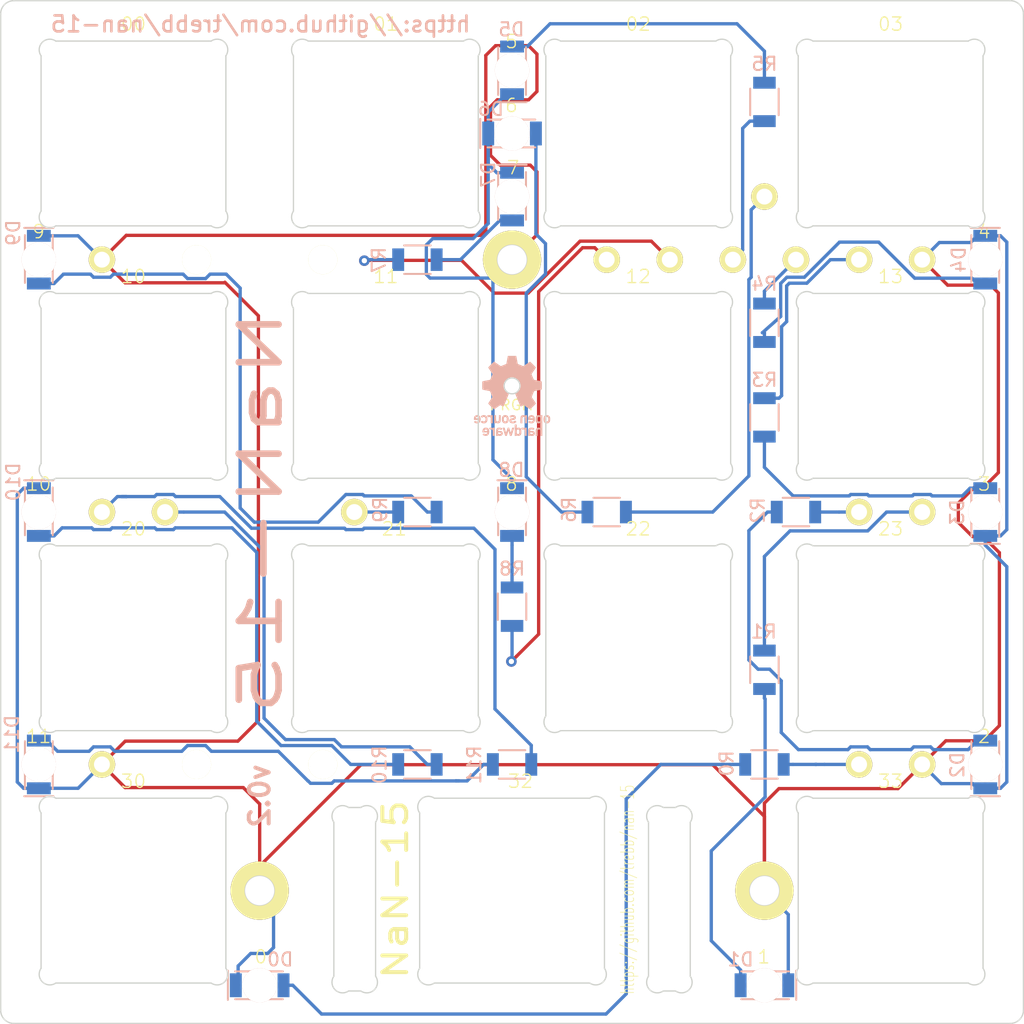
<source format=kicad_pcb>
(kicad_pcb (version 20171130) (host pcbnew "(5.1.12)-1")

  (general
    (thickness 1.6)
    (drawings 181)
    (tracks 335)
    (zones 0)
    (modules 48)
    (nets 26)
  )

  (page A4)
  (title_block
    (title NaN-15)
    (rev 0.2)
    (comment 1 "Top plate")
  )

  (layers
    (0 F.Cu signal)
    (31 B.Cu signal)
    (32 B.Adhes user)
    (33 F.Adhes user)
    (34 B.Paste user)
    (35 F.Paste user)
    (36 B.SilkS user)
    (37 F.SilkS user)
    (38 B.Mask user)
    (39 F.Mask user)
    (40 Dwgs.User user)
    (41 Cmts.User user hide)
    (42 Eco1.User user)
    (43 Eco2.User user)
    (44 Edge.Cuts user)
    (45 Margin user)
    (46 B.CrtYd user)
    (47 F.CrtYd user)
    (48 B.Fab user hide)
    (49 F.Fab user hide)
  )

  (setup
    (last_trace_width 0.25)
    (trace_clearance 0.2)
    (zone_clearance 0.508)
    (zone_45_only yes)
    (trace_min 0.2)
    (via_size 0.8)
    (via_drill 0.4)
    (via_min_size 0.4)
    (via_min_drill 0.3)
    (uvia_size 0.3)
    (uvia_drill 0.1)
    (uvias_allowed no)
    (uvia_min_size 0.2)
    (uvia_min_drill 0.1)
    (edge_width 0.15)
    (segment_width 0.2)
    (pcb_text_width 0.3)
    (pcb_text_size 1.5 1.5)
    (mod_edge_width 0.15)
    (mod_text_size 1 1)
    (mod_text_width 0.15)
    (pad_size 4.4 4.4)
    (pad_drill 2.2)
    (pad_to_mask_clearance 0.2)
    (aux_axis_origin 163.78555 118.7577)
    (grid_origin 144.67205 80.6577)
    (visible_elements 7FFFFFFF)
    (pcbplotparams
      (layerselection 0x0f0f0_ffffffff)
      (usegerberextensions true)
      (usegerberattributes true)
      (usegerberadvancedattributes true)
      (creategerberjobfile true)
      (excludeedgelayer true)
      (linewidth 0.100000)
      (plotframeref false)
      (viasonmask false)
      (mode 1)
      (useauxorigin false)
      (hpglpennumber 1)
      (hpglpenspeed 20)
      (hpglpendiameter 15.000000)
      (psnegative false)
      (psa4output false)
      (plotreference true)
      (plotvalue true)
      (plotinvisibletext false)
      (padsonsilk false)
      (subtractmaskfromsilk false)
      (outputformat 1)
      (mirror false)
      (drillshape 0)
      (scaleselection 1)
      (outputdirectory "plot_files/"))
  )

  (net 0 "")
  (net 1 "Net-(D0-Pad2)")
  (net 2 GND)
  (net 3 "Net-(D1-Pad2)")
  (net 4 "Net-(D2-Pad2)")
  (net 5 "Net-(D3-Pad2)")
  (net 6 "Net-(D4-Pad2)")
  (net 7 "Net-(D5-Pad2)")
  (net 8 "Net-(D6-Pad2)")
  (net 9 "Net-(D7-Pad2)")
  (net 10 "Net-(D8-Pad2)")
  (net 11 "Net-(D9-Pad2)")
  (net 12 "Net-(D10-Pad2)")
  (net 13 "Net-(D11-Pad2)")
  (net 14 /led0)
  (net 15 /led1)
  (net 16 /led2)
  (net 17 /led3)
  (net 18 /led4)
  (net 19 /led5)
  (net 20 /led6)
  (net 21 /led7)
  (net 22 /led8)
  (net 23 /led9)
  (net 24 /led10)
  (net 25 /led11)

  (net_class Default "This is the default net class."
    (clearance 0.2)
    (trace_width 0.25)
    (via_dia 0.8)
    (via_drill 0.4)
    (uvia_dia 0.3)
    (uvia_drill 0.1)
    (add_net /led0)
    (add_net /led1)
    (add_net /led10)
    (add_net /led11)
    (add_net /led2)
    (add_net /led3)
    (add_net /led4)
    (add_net /led5)
    (add_net /led6)
    (add_net /led7)
    (add_net /led8)
    (add_net /led9)
    (add_net GND)
    (add_net "Net-(D0-Pad2)")
    (add_net "Net-(D1-Pad2)")
    (add_net "Net-(D10-Pad2)")
    (add_net "Net-(D11-Pad2)")
    (add_net "Net-(D2-Pad2)")
    (add_net "Net-(D3-Pad2)")
    (add_net "Net-(D4-Pad2)")
    (add_net "Net-(D5-Pad2)")
    (add_net "Net-(D6-Pad2)")
    (add_net "Net-(D7-Pad2)")
    (add_net "Net-(D8-Pad2)")
    (add_net "Net-(D9-Pad2)")
  )

  (module nan-15:LED_1206_REVERSE (layer B.Cu) (tedit 584AE569) (tstamp 582B3CF6)
    (at 125.62205 125.90145)
    (descr "LED 1206 smd package")
    (tags "LED1206 SMD")
    (path /5829F104)
    (attr smd)
    (fp_text reference D0 (at 1.55 -1.94375) (layer B.SilkS)
      (effects (font (size 1 1) (thickness 0.15)) (justify mirror))
    )
    (fp_text value Led_Red (at 0 -2) (layer B.Fab)
      (effects (font (size 1 1) (thickness 0.15)) (justify mirror))
    )
    (fp_line (start 2.5 -1.25) (end 2.5 1.25) (layer B.CrtYd) (width 0.05))
    (fp_line (start -2.5 -1.25) (end 2.5 -1.25) (layer B.CrtYd) (width 0.05))
    (fp_line (start -2.5 1.25) (end -2.5 -1.25) (layer B.CrtYd) (width 0.05))
    (fp_line (start 2.5 1.25) (end -2.5 1.25) (layer B.CrtYd) (width 0.05))
    (fp_line (start -1.85 1.05) (end 1.75 1.05) (layer B.SilkS) (width 0.15))
    (fp_line (start -1.85 -1.05) (end 1.75 -1.05) (layer B.SilkS) (width 0.15))
    (fp_line (start -1.6 0.8) (end 1.6 0.8) (layer B.Fab) (width 0.15))
    (fp_line (start 1.6 0.8) (end 1.6 -0.8) (layer B.Fab) (width 0.15))
    (fp_line (start 1.6 -0.8) (end -1.6 -0.8) (layer B.Fab) (width 0.15))
    (fp_line (start -1.6 -0.8) (end -1.6 0.8) (layer B.Fab) (width 0.15))
    (fp_line (start 0 0.5) (end 0 -0.5) (layer B.Fab) (width 0.15))
    (fp_line (start 0 -0.5) (end -0.5 0) (layer B.Fab) (width 0.15))
    (fp_line (start -0.5 0) (end 0 0.5) (layer B.Fab) (width 0.15))
    (fp_line (start -0.5 0.5) (end -0.5 -0.5) (layer B.Fab) (width 0.15))
    (fp_line (start -2.4 1.1) (end -2.4 -1.1) (layer B.SilkS) (width 0.15))
    (pad 2 smd rect (at 1.8 0 180) (size 0.9 1.80086) (layers B.Cu B.Paste B.Mask)
      (net 1 "Net-(D0-Pad2)"))
    (pad 1 smd rect (at -1.8 0 180) (size 0.9 1.80086) (layers B.Cu B.Paste B.Mask)
      (net 2 GND))
    (pad "" np_thru_hole circle (at 0 0 180) (size 2.6 2.6) (drill 2.6) (layers *.Cu *.Mask B.SilkS))
    (model LEDs.3dshapes/LED_1206.wrl
      (at (xyz 0 0 0))
      (scale (xyz 1 1 1))
      (rotate (xyz 0 0 180))
    )
  )

  (module nan-15:LED_1206_REVERSE (layer B.Cu) (tedit 584AE52B) (tstamp 582B3D35)
    (at 108.9533 109.2327 90)
    (descr "LED 1206 smd package")
    (tags "LED1206 SMD")
    (path /582A1767)
    (attr smd)
    (fp_text reference D11 (at 2.275 -2.03125 90) (layer B.SilkS)
      (effects (font (size 1 1) (thickness 0.15)) (justify mirror))
    )
    (fp_text value Led_Yellow (at 0 -2 90) (layer B.Fab)
      (effects (font (size 1 1) (thickness 0.15)) (justify mirror))
    )
    (fp_line (start 2.5 -1.25) (end 2.5 1.25) (layer B.CrtYd) (width 0.05))
    (fp_line (start -2.5 -1.25) (end 2.5 -1.25) (layer B.CrtYd) (width 0.05))
    (fp_line (start -2.5 1.25) (end -2.5 -1.25) (layer B.CrtYd) (width 0.05))
    (fp_line (start 2.5 1.25) (end -2.5 1.25) (layer B.CrtYd) (width 0.05))
    (fp_line (start -1.85 1.05) (end 1.75 1.05) (layer B.SilkS) (width 0.15))
    (fp_line (start -1.85 -1.05) (end 1.75 -1.05) (layer B.SilkS) (width 0.15))
    (fp_line (start -1.6 0.8) (end 1.6 0.8) (layer B.Fab) (width 0.15))
    (fp_line (start 1.6 0.8) (end 1.6 -0.8) (layer B.Fab) (width 0.15))
    (fp_line (start 1.6 -0.8) (end -1.6 -0.8) (layer B.Fab) (width 0.15))
    (fp_line (start -1.6 -0.8) (end -1.6 0.8) (layer B.Fab) (width 0.15))
    (fp_line (start 0 0.5) (end 0 -0.5) (layer B.Fab) (width 0.15))
    (fp_line (start 0 -0.5) (end -0.5 0) (layer B.Fab) (width 0.15))
    (fp_line (start -0.5 0) (end 0 0.5) (layer B.Fab) (width 0.15))
    (fp_line (start -0.5 0.5) (end -0.5 -0.5) (layer B.Fab) (width 0.15))
    (fp_line (start -2.4 1.1) (end -2.4 -1.1) (layer B.SilkS) (width 0.15))
    (pad 2 smd rect (at 1.8 0 270) (size 0.9 1.80086) (layers B.Cu B.Paste B.Mask)
      (net 13 "Net-(D11-Pad2)"))
    (pad 1 smd rect (at -1.8 0 270) (size 0.9 1.80086) (layers B.Cu B.Paste B.Mask)
      (net 2 GND))
    (pad "" np_thru_hole circle (at 0 0 270) (size 2.6 2.6) (drill 2.6) (layers *.Cu *.Mask B.SilkS))
    (model LEDs.3dshapes/LED_1206.wrl
      (at (xyz 0 0 0))
      (scale (xyz 1 1 1))
      (rotate (xyz 0 0 180))
    )
  )

  (module nan-15:LED_1206_REVERSE (layer B.Cu) (tedit 584AE44D) (tstamp 582B3D74)
    (at 108.9533 90.1827 270)
    (descr "LED 1206 smd package")
    (tags "LED1206 SMD")
    (path /582A1753)
    (attr smd)
    (fp_text reference D10 (at -2.275 1.93125 90) (layer B.SilkS)
      (effects (font (size 1 1) (thickness 0.15)) (justify mirror))
    )
    (fp_text value Led_Red (at 0 -2 270) (layer B.Fab)
      (effects (font (size 1 1) (thickness 0.15)) (justify mirror))
    )
    (fp_line (start 2.5 -1.25) (end 2.5 1.25) (layer B.CrtYd) (width 0.05))
    (fp_line (start -2.5 -1.25) (end 2.5 -1.25) (layer B.CrtYd) (width 0.05))
    (fp_line (start -2.5 1.25) (end -2.5 -1.25) (layer B.CrtYd) (width 0.05))
    (fp_line (start 2.5 1.25) (end -2.5 1.25) (layer B.CrtYd) (width 0.05))
    (fp_line (start -1.85 1.05) (end 1.75 1.05) (layer B.SilkS) (width 0.15))
    (fp_line (start -1.85 -1.05) (end 1.75 -1.05) (layer B.SilkS) (width 0.15))
    (fp_line (start -1.6 0.8) (end 1.6 0.8) (layer B.Fab) (width 0.15))
    (fp_line (start 1.6 0.8) (end 1.6 -0.8) (layer B.Fab) (width 0.15))
    (fp_line (start 1.6 -0.8) (end -1.6 -0.8) (layer B.Fab) (width 0.15))
    (fp_line (start -1.6 -0.8) (end -1.6 0.8) (layer B.Fab) (width 0.15))
    (fp_line (start 0 0.5) (end 0 -0.5) (layer B.Fab) (width 0.15))
    (fp_line (start 0 -0.5) (end -0.5 0) (layer B.Fab) (width 0.15))
    (fp_line (start -0.5 0) (end 0 0.5) (layer B.Fab) (width 0.15))
    (fp_line (start -0.5 0.5) (end -0.5 -0.5) (layer B.Fab) (width 0.15))
    (fp_line (start -2.4 1.1) (end -2.4 -1.1) (layer B.SilkS) (width 0.15))
    (pad 2 smd rect (at 1.8 0 90) (size 0.9 1.80086) (layers B.Cu B.Paste B.Mask)
      (net 12 "Net-(D10-Pad2)"))
    (pad 1 smd rect (at -1.8 0 90) (size 0.9 1.80086) (layers B.Cu B.Paste B.Mask)
      (net 2 GND))
    (pad "" np_thru_hole circle (at 0 0 90) (size 2.6 2.6) (drill 2.6) (layers *.Cu *.Mask B.SilkS))
    (model LEDs.3dshapes/LED_1206.wrl
      (at (xyz 0 0 0))
      (scale (xyz 1 1 1))
      (rotate (xyz 0 0 180))
    )
  )

  (module nan-15:LED_1206_REVERSE (layer B.Cu) (tedit 584AE447) (tstamp 582B3DB3)
    (at 108.9533 71.1327 270)
    (descr "LED 1206 smd package")
    (tags "LED1206 SMD")
    (path /582A173F)
    (attr smd)
    (fp_text reference D9 (at -2.025 1.93125 270) (layer B.SilkS)
      (effects (font (size 1 1) (thickness 0.15)) (justify mirror))
    )
    (fp_text value Led_Yellow (at 0 -2 270) (layer B.Fab)
      (effects (font (size 1 1) (thickness 0.15)) (justify mirror))
    )
    (fp_line (start 2.5 -1.25) (end 2.5 1.25) (layer B.CrtYd) (width 0.05))
    (fp_line (start -2.5 -1.25) (end 2.5 -1.25) (layer B.CrtYd) (width 0.05))
    (fp_line (start -2.5 1.25) (end -2.5 -1.25) (layer B.CrtYd) (width 0.05))
    (fp_line (start 2.5 1.25) (end -2.5 1.25) (layer B.CrtYd) (width 0.05))
    (fp_line (start -1.85 1.05) (end 1.75 1.05) (layer B.SilkS) (width 0.15))
    (fp_line (start -1.85 -1.05) (end 1.75 -1.05) (layer B.SilkS) (width 0.15))
    (fp_line (start -1.6 0.8) (end 1.6 0.8) (layer B.Fab) (width 0.15))
    (fp_line (start 1.6 0.8) (end 1.6 -0.8) (layer B.Fab) (width 0.15))
    (fp_line (start 1.6 -0.8) (end -1.6 -0.8) (layer B.Fab) (width 0.15))
    (fp_line (start -1.6 -0.8) (end -1.6 0.8) (layer B.Fab) (width 0.15))
    (fp_line (start 0 0.5) (end 0 -0.5) (layer B.Fab) (width 0.15))
    (fp_line (start 0 -0.5) (end -0.5 0) (layer B.Fab) (width 0.15))
    (fp_line (start -0.5 0) (end 0 0.5) (layer B.Fab) (width 0.15))
    (fp_line (start -0.5 0.5) (end -0.5 -0.5) (layer B.Fab) (width 0.15))
    (fp_line (start -2.4 1.1) (end -2.4 -1.1) (layer B.SilkS) (width 0.15))
    (pad 2 smd rect (at 1.8 0 90) (size 0.9 1.80086) (layers B.Cu B.Paste B.Mask)
      (net 11 "Net-(D9-Pad2)"))
    (pad 1 smd rect (at -1.8 0 90) (size 0.9 1.80086) (layers B.Cu B.Paste B.Mask)
      (net 2 GND))
    (pad "" np_thru_hole circle (at 0 0 90) (size 2.6 2.6) (drill 2.6) (layers *.Cu *.Mask B.SilkS))
    (model LEDs.3dshapes/LED_1206.wrl
      (at (xyz 0 0 0))
      (scale (xyz 1 1 1))
      (rotate (xyz 0 0 180))
    )
  )

  (module nan-15:LED_1206_REVERSE (layer B.Cu) (tedit 584AE4D2) (tstamp 582B3DF2)
    (at 144.67205 90.1827 270)
    (descr "LED 1206 smd package")
    (tags "LED1206 SMD")
    (path /582A172B)
    (attr smd)
    (fp_text reference D8 (at -3.175 0.05) (layer B.SilkS)
      (effects (font (size 1 1) (thickness 0.15)) (justify mirror))
    )
    (fp_text value Led_Red (at 0 -2 270) (layer B.Fab)
      (effects (font (size 1 1) (thickness 0.15)) (justify mirror))
    )
    (fp_line (start 2.5 -1.25) (end 2.5 1.25) (layer B.CrtYd) (width 0.05))
    (fp_line (start -2.5 -1.25) (end 2.5 -1.25) (layer B.CrtYd) (width 0.05))
    (fp_line (start -2.5 1.25) (end -2.5 -1.25) (layer B.CrtYd) (width 0.05))
    (fp_line (start 2.5 1.25) (end -2.5 1.25) (layer B.CrtYd) (width 0.05))
    (fp_line (start -1.85 1.05) (end 1.75 1.05) (layer B.SilkS) (width 0.15))
    (fp_line (start -1.85 -1.05) (end 1.75 -1.05) (layer B.SilkS) (width 0.15))
    (fp_line (start -1.6 0.8) (end 1.6 0.8) (layer B.Fab) (width 0.15))
    (fp_line (start 1.6 0.8) (end 1.6 -0.8) (layer B.Fab) (width 0.15))
    (fp_line (start 1.6 -0.8) (end -1.6 -0.8) (layer B.Fab) (width 0.15))
    (fp_line (start -1.6 -0.8) (end -1.6 0.8) (layer B.Fab) (width 0.15))
    (fp_line (start 0 0.5) (end 0 -0.5) (layer B.Fab) (width 0.15))
    (fp_line (start 0 -0.5) (end -0.5 0) (layer B.Fab) (width 0.15))
    (fp_line (start -0.5 0) (end 0 0.5) (layer B.Fab) (width 0.15))
    (fp_line (start -0.5 0.5) (end -0.5 -0.5) (layer B.Fab) (width 0.15))
    (fp_line (start -2.4 1.1) (end -2.4 -1.1) (layer B.SilkS) (width 0.15))
    (pad 2 smd rect (at 1.8 0 90) (size 0.9 1.80086) (layers B.Cu B.Paste B.Mask)
      (net 10 "Net-(D8-Pad2)"))
    (pad 1 smd rect (at -1.8 0 90) (size 0.9 1.80086) (layers B.Cu B.Paste B.Mask)
      (net 2 GND))
    (pad "" np_thru_hole circle (at 0 0 90) (size 2.6 2.6) (drill 2.6) (layers *.Cu *.Mask B.SilkS))
    (model LEDs.3dshapes/LED_1206.wrl
      (at (xyz 0 0 0))
      (scale (xyz 1 1 1))
      (rotate (xyz 0 0 180))
    )
  )

  (module nan-15:LED_1206_REVERSE (layer B.Cu) (tedit 584AE3EA) (tstamp 582B3E31)
    (at 144.67205 66.3702 270)
    (descr "LED 1206 smd package")
    (tags "LED1206 SMD")
    (path /582A1579)
    (attr smd)
    (fp_text reference D7 (at -1.6625 1.8 270) (layer B.SilkS)
      (effects (font (size 1 1) (thickness 0.15)) (justify mirror))
    )
    (fp_text value Led_Yellow (at 0 -2 270) (layer B.Fab)
      (effects (font (size 1 1) (thickness 0.15)) (justify mirror))
    )
    (fp_line (start 2.5 -1.25) (end 2.5 1.25) (layer B.CrtYd) (width 0.05))
    (fp_line (start -2.5 -1.25) (end 2.5 -1.25) (layer B.CrtYd) (width 0.05))
    (fp_line (start -2.5 1.25) (end -2.5 -1.25) (layer B.CrtYd) (width 0.05))
    (fp_line (start 2.5 1.25) (end -2.5 1.25) (layer B.CrtYd) (width 0.05))
    (fp_line (start -1.85 1.05) (end 1.75 1.05) (layer B.SilkS) (width 0.15))
    (fp_line (start -1.85 -1.05) (end 1.75 -1.05) (layer B.SilkS) (width 0.15))
    (fp_line (start -1.6 0.8) (end 1.6 0.8) (layer B.Fab) (width 0.15))
    (fp_line (start 1.6 0.8) (end 1.6 -0.8) (layer B.Fab) (width 0.15))
    (fp_line (start 1.6 -0.8) (end -1.6 -0.8) (layer B.Fab) (width 0.15))
    (fp_line (start -1.6 -0.8) (end -1.6 0.8) (layer B.Fab) (width 0.15))
    (fp_line (start 0 0.5) (end 0 -0.5) (layer B.Fab) (width 0.15))
    (fp_line (start 0 -0.5) (end -0.5 0) (layer B.Fab) (width 0.15))
    (fp_line (start -0.5 0) (end 0 0.5) (layer B.Fab) (width 0.15))
    (fp_line (start -0.5 0.5) (end -0.5 -0.5) (layer B.Fab) (width 0.15))
    (fp_line (start -2.4 1.1) (end -2.4 -1.1) (layer B.SilkS) (width 0.15))
    (pad 2 smd rect (at 1.8 0 90) (size 0.9 1.80086) (layers B.Cu B.Paste B.Mask)
      (net 9 "Net-(D7-Pad2)"))
    (pad 1 smd rect (at -1.8 0 90) (size 0.9 1.80086) (layers B.Cu B.Paste B.Mask)
      (net 2 GND))
    (pad "" np_thru_hole circle (at 0 0 90) (size 2.6 2.6) (drill 2.6) (layers *.Cu *.Mask B.SilkS))
    (model LEDs.3dshapes/LED_1206.wrl
      (at (xyz 0 0 0))
      (scale (xyz 1 1 1))
      (rotate (xyz 0 0 180))
    )
  )

  (module nan-15:LED_1206_REVERSE (layer B.Cu) (tedit 584AE407) (tstamp 582B3E70)
    (at 144.67205 61.6077)
    (descr "LED 1206 smd package")
    (tags "LED1206 SMD")
    (path /582A1565)
    (attr smd)
    (fp_text reference D6 (at -1.6 -1.85) (layer B.SilkS)
      (effects (font (size 1 1) (thickness 0.15)) (justify mirror))
    )
    (fp_text value Led_Red (at 0 -2) (layer B.Fab)
      (effects (font (size 1 1) (thickness 0.15)) (justify mirror))
    )
    (fp_line (start 2.5 -1.25) (end 2.5 1.25) (layer B.CrtYd) (width 0.05))
    (fp_line (start -2.5 -1.25) (end 2.5 -1.25) (layer B.CrtYd) (width 0.05))
    (fp_line (start -2.5 1.25) (end -2.5 -1.25) (layer B.CrtYd) (width 0.05))
    (fp_line (start 2.5 1.25) (end -2.5 1.25) (layer B.CrtYd) (width 0.05))
    (fp_line (start -1.85 1.05) (end 1.75 1.05) (layer B.SilkS) (width 0.15))
    (fp_line (start -1.85 -1.05) (end 1.75 -1.05) (layer B.SilkS) (width 0.15))
    (fp_line (start -1.6 0.8) (end 1.6 0.8) (layer B.Fab) (width 0.15))
    (fp_line (start 1.6 0.8) (end 1.6 -0.8) (layer B.Fab) (width 0.15))
    (fp_line (start 1.6 -0.8) (end -1.6 -0.8) (layer B.Fab) (width 0.15))
    (fp_line (start -1.6 -0.8) (end -1.6 0.8) (layer B.Fab) (width 0.15))
    (fp_line (start 0 0.5) (end 0 -0.5) (layer B.Fab) (width 0.15))
    (fp_line (start 0 -0.5) (end -0.5 0) (layer B.Fab) (width 0.15))
    (fp_line (start -0.5 0) (end 0 0.5) (layer B.Fab) (width 0.15))
    (fp_line (start -0.5 0.5) (end -0.5 -0.5) (layer B.Fab) (width 0.15))
    (fp_line (start -2.4 1.1) (end -2.4 -1.1) (layer B.SilkS) (width 0.15))
    (pad 2 smd rect (at 1.8 0 180) (size 0.9 1.80086) (layers B.Cu B.Paste B.Mask)
      (net 8 "Net-(D6-Pad2)"))
    (pad 1 smd rect (at -1.8 0 180) (size 0.9 1.80086) (layers B.Cu B.Paste B.Mask)
      (net 2 GND))
    (pad "" np_thru_hole circle (at 0 0 180) (size 2.6 2.6) (drill 2.6) (layers *.Cu *.Mask B.SilkS))
    (model LEDs.3dshapes/LED_1206.wrl
      (at (xyz 0 0 0))
      (scale (xyz 1 1 1))
      (rotate (xyz 0 0 180))
    )
  )

  (module nan-15:LED_1206_REVERSE (layer B.Cu) (tedit 584AE414) (tstamp 582B3EAF)
    (at 144.67205 56.8452 90)
    (descr "LED 1206 smd package")
    (tags "LED1206 SMD")
    (path /582A1551)
    (attr smd)
    (fp_text reference D5 (at 3.0875 -0.05 180) (layer B.SilkS)
      (effects (font (size 1 1) (thickness 0.15)) (justify mirror))
    )
    (fp_text value Led_Yellow (at 0 -2 90) (layer B.Fab)
      (effects (font (size 1 1) (thickness 0.15)) (justify mirror))
    )
    (fp_line (start 2.5 -1.25) (end 2.5 1.25) (layer B.CrtYd) (width 0.05))
    (fp_line (start -2.5 -1.25) (end 2.5 -1.25) (layer B.CrtYd) (width 0.05))
    (fp_line (start -2.5 1.25) (end -2.5 -1.25) (layer B.CrtYd) (width 0.05))
    (fp_line (start 2.5 1.25) (end -2.5 1.25) (layer B.CrtYd) (width 0.05))
    (fp_line (start -1.85 1.05) (end 1.75 1.05) (layer B.SilkS) (width 0.15))
    (fp_line (start -1.85 -1.05) (end 1.75 -1.05) (layer B.SilkS) (width 0.15))
    (fp_line (start -1.6 0.8) (end 1.6 0.8) (layer B.Fab) (width 0.15))
    (fp_line (start 1.6 0.8) (end 1.6 -0.8) (layer B.Fab) (width 0.15))
    (fp_line (start 1.6 -0.8) (end -1.6 -0.8) (layer B.Fab) (width 0.15))
    (fp_line (start -1.6 -0.8) (end -1.6 0.8) (layer B.Fab) (width 0.15))
    (fp_line (start 0 0.5) (end 0 -0.5) (layer B.Fab) (width 0.15))
    (fp_line (start 0 -0.5) (end -0.5 0) (layer B.Fab) (width 0.15))
    (fp_line (start -0.5 0) (end 0 0.5) (layer B.Fab) (width 0.15))
    (fp_line (start -0.5 0.5) (end -0.5 -0.5) (layer B.Fab) (width 0.15))
    (fp_line (start -2.4 1.1) (end -2.4 -1.1) (layer B.SilkS) (width 0.15))
    (pad 2 smd rect (at 1.8 0 270) (size 0.9 1.80086) (layers B.Cu B.Paste B.Mask)
      (net 7 "Net-(D5-Pad2)"))
    (pad 1 smd rect (at -1.8 0 270) (size 0.9 1.80086) (layers B.Cu B.Paste B.Mask)
      (net 2 GND))
    (pad "" np_thru_hole circle (at 0 0 270) (size 2.6 2.6) (drill 2.6) (layers *.Cu *.Mask B.SilkS))
    (model LEDs.3dshapes/LED_1206.wrl
      (at (xyz 0 0 0))
      (scale (xyz 1 1 1))
      (rotate (xyz 0 0 180))
    )
  )

  (module nan-15:LED_1206_REVERSE (layer B.Cu) (tedit 582B31FF) (tstamp 582B3EEE)
    (at 180.3908 71.1327 270)
    (descr "LED 1206 smd package")
    (tags "LED1206 SMD")
    (path /582A153D)
    (attr smd)
    (fp_text reference D4 (at 0 2 270) (layer B.SilkS)
      (effects (font (size 1 1) (thickness 0.15)) (justify mirror))
    )
    (fp_text value Led_Yellow (at 0 -2 270) (layer B.Fab)
      (effects (font (size 1 1) (thickness 0.15)) (justify mirror))
    )
    (fp_line (start 2.5 -1.25) (end 2.5 1.25) (layer B.CrtYd) (width 0.05))
    (fp_line (start -2.5 -1.25) (end 2.5 -1.25) (layer B.CrtYd) (width 0.05))
    (fp_line (start -2.5 1.25) (end -2.5 -1.25) (layer B.CrtYd) (width 0.05))
    (fp_line (start 2.5 1.25) (end -2.5 1.25) (layer B.CrtYd) (width 0.05))
    (fp_line (start -1.85 1.05) (end 1.75 1.05) (layer B.SilkS) (width 0.15))
    (fp_line (start -1.85 -1.05) (end 1.75 -1.05) (layer B.SilkS) (width 0.15))
    (fp_line (start -1.6 0.8) (end 1.6 0.8) (layer B.Fab) (width 0.15))
    (fp_line (start 1.6 0.8) (end 1.6 -0.8) (layer B.Fab) (width 0.15))
    (fp_line (start 1.6 -0.8) (end -1.6 -0.8) (layer B.Fab) (width 0.15))
    (fp_line (start -1.6 -0.8) (end -1.6 0.8) (layer B.Fab) (width 0.15))
    (fp_line (start 0 0.5) (end 0 -0.5) (layer B.Fab) (width 0.15))
    (fp_line (start 0 -0.5) (end -0.5 0) (layer B.Fab) (width 0.15))
    (fp_line (start -0.5 0) (end 0 0.5) (layer B.Fab) (width 0.15))
    (fp_line (start -0.5 0.5) (end -0.5 -0.5) (layer B.Fab) (width 0.15))
    (fp_line (start -2.4 1.1) (end -2.4 -1.1) (layer B.SilkS) (width 0.15))
    (pad 2 smd rect (at 1.8 0 90) (size 0.9 1.80086) (layers B.Cu B.Paste B.Mask)
      (net 6 "Net-(D4-Pad2)"))
    (pad 1 smd rect (at -1.8 0 90) (size 0.9 1.80086) (layers B.Cu B.Paste B.Mask)
      (net 2 GND))
    (pad "" np_thru_hole circle (at 0 0 90) (size 2.6 2.6) (drill 2.6) (layers *.Cu *.Mask B.SilkS))
    (model LEDs.3dshapes/LED_1206.wrl
      (at (xyz 0 0 0))
      (scale (xyz 1 1 1))
      (rotate (xyz 0 0 180))
    )
  )

  (module nan-15:LED_1206_REVERSE (layer B.Cu) (tedit 584AE4E6) (tstamp 582B3F2D)
    (at 180.3908 90.1827 90)
    (descr "LED 1206 smd package")
    (tags "LED1206 SMD")
    (path /582A136B)
    (attr smd)
    (fp_text reference D3 (at -0.025 -2.11875 90) (layer B.SilkS)
      (effects (font (size 1 1) (thickness 0.15)) (justify mirror))
    )
    (fp_text value Led_Red (at 0 -2 90) (layer B.Fab)
      (effects (font (size 1 1) (thickness 0.15)) (justify mirror))
    )
    (fp_line (start 2.5 -1.25) (end 2.5 1.25) (layer B.CrtYd) (width 0.05))
    (fp_line (start -2.5 -1.25) (end 2.5 -1.25) (layer B.CrtYd) (width 0.05))
    (fp_line (start -2.5 1.25) (end -2.5 -1.25) (layer B.CrtYd) (width 0.05))
    (fp_line (start 2.5 1.25) (end -2.5 1.25) (layer B.CrtYd) (width 0.05))
    (fp_line (start -1.85 1.05) (end 1.75 1.05) (layer B.SilkS) (width 0.15))
    (fp_line (start -1.85 -1.05) (end 1.75 -1.05) (layer B.SilkS) (width 0.15))
    (fp_line (start -1.6 0.8) (end 1.6 0.8) (layer B.Fab) (width 0.15))
    (fp_line (start 1.6 0.8) (end 1.6 -0.8) (layer B.Fab) (width 0.15))
    (fp_line (start 1.6 -0.8) (end -1.6 -0.8) (layer B.Fab) (width 0.15))
    (fp_line (start -1.6 -0.8) (end -1.6 0.8) (layer B.Fab) (width 0.15))
    (fp_line (start 0 0.5) (end 0 -0.5) (layer B.Fab) (width 0.15))
    (fp_line (start 0 -0.5) (end -0.5 0) (layer B.Fab) (width 0.15))
    (fp_line (start -0.5 0) (end 0 0.5) (layer B.Fab) (width 0.15))
    (fp_line (start -0.5 0.5) (end -0.5 -0.5) (layer B.Fab) (width 0.15))
    (fp_line (start -2.4 1.1) (end -2.4 -1.1) (layer B.SilkS) (width 0.15))
    (pad 2 smd rect (at 1.8 0 270) (size 0.9 1.80086) (layers B.Cu B.Paste B.Mask)
      (net 5 "Net-(D3-Pad2)"))
    (pad 1 smd rect (at -1.8 0 270) (size 0.9 1.80086) (layers B.Cu B.Paste B.Mask)
      (net 2 GND))
    (pad "" np_thru_hole circle (at 0 0 270) (size 2.6 2.6) (drill 2.6) (layers *.Cu *.Mask B.SilkS))
    (model LEDs.3dshapes/LED_1206.wrl
      (at (xyz 0 0 0))
      (scale (xyz 1 1 1))
      (rotate (xyz 0 0 180))
    )
  )

  (module nan-15:LED_1206_REVERSE (layer B.Cu) (tedit 582B75EF) (tstamp 582B3F6C)
    (at 180.3908 109.2327 90)
    (descr "LED 1206 smd package")
    (tags "LED1206 SMD")
    (path /582A1357)
    (attr smd)
    (fp_text reference D2 (at -0.04445 -2.1082 90) (layer B.SilkS)
      (effects (font (size 1 1) (thickness 0.15)) (justify mirror))
    )
    (fp_text value Led_Yellow (at 0 -2 90) (layer B.Fab)
      (effects (font (size 1 1) (thickness 0.15)) (justify mirror))
    )
    (fp_line (start 2.5 -1.25) (end 2.5 1.25) (layer B.CrtYd) (width 0.05))
    (fp_line (start -2.5 -1.25) (end 2.5 -1.25) (layer B.CrtYd) (width 0.05))
    (fp_line (start -2.5 1.25) (end -2.5 -1.25) (layer B.CrtYd) (width 0.05))
    (fp_line (start 2.5 1.25) (end -2.5 1.25) (layer B.CrtYd) (width 0.05))
    (fp_line (start -1.85 1.05) (end 1.75 1.05) (layer B.SilkS) (width 0.15))
    (fp_line (start -1.85 -1.05) (end 1.75 -1.05) (layer B.SilkS) (width 0.15))
    (fp_line (start -1.6 0.8) (end 1.6 0.8) (layer B.Fab) (width 0.15))
    (fp_line (start 1.6 0.8) (end 1.6 -0.8) (layer B.Fab) (width 0.15))
    (fp_line (start 1.6 -0.8) (end -1.6 -0.8) (layer B.Fab) (width 0.15))
    (fp_line (start -1.6 -0.8) (end -1.6 0.8) (layer B.Fab) (width 0.15))
    (fp_line (start 0 0.5) (end 0 -0.5) (layer B.Fab) (width 0.15))
    (fp_line (start 0 -0.5) (end -0.5 0) (layer B.Fab) (width 0.15))
    (fp_line (start -0.5 0) (end 0 0.5) (layer B.Fab) (width 0.15))
    (fp_line (start -0.5 0.5) (end -0.5 -0.5) (layer B.Fab) (width 0.15))
    (fp_line (start -2.4 1.1) (end -2.4 -1.1) (layer B.SilkS) (width 0.15))
    (pad 2 smd rect (at 1.8 0 270) (size 0.9 1.80086) (layers B.Cu B.Paste B.Mask)
      (net 4 "Net-(D2-Pad2)"))
    (pad 1 smd rect (at -1.8 0 270) (size 0.9 1.80086) (layers B.Cu B.Paste B.Mask)
      (net 2 GND))
    (pad "" np_thru_hole circle (at 0 0 270) (size 2.6 2.6) (drill 2.6) (layers *.Cu *.Mask B.SilkS))
    (model LEDs.3dshapes/LED_1206.wrl
      (at (xyz 0 0 0))
      (scale (xyz 1 1 1))
      (rotate (xyz 0 0 180))
    )
  )

  (module nan-15:LED_1206_REVERSE (layer B.Cu) (tedit 584AE55E) (tstamp 582B3FAB)
    (at 163.72205 125.90145 180)
    (descr "LED 1206 smd package")
    (tags "LED1206 SMD")
    (path /582A1207)
    (attr smd)
    (fp_text reference D1 (at 1.8 1.94375 180) (layer B.SilkS)
      (effects (font (size 1 1) (thickness 0.15)) (justify mirror))
    )
    (fp_text value Led_Red (at 0 -2 180) (layer B.Fab)
      (effects (font (size 1 1) (thickness 0.15)) (justify mirror))
    )
    (fp_line (start 2.5 -1.25) (end 2.5 1.25) (layer B.CrtYd) (width 0.05))
    (fp_line (start -2.5 -1.25) (end 2.5 -1.25) (layer B.CrtYd) (width 0.05))
    (fp_line (start -2.5 1.25) (end -2.5 -1.25) (layer B.CrtYd) (width 0.05))
    (fp_line (start 2.5 1.25) (end -2.5 1.25) (layer B.CrtYd) (width 0.05))
    (fp_line (start -1.85 1.05) (end 1.75 1.05) (layer B.SilkS) (width 0.15))
    (fp_line (start -1.85 -1.05) (end 1.75 -1.05) (layer B.SilkS) (width 0.15))
    (fp_line (start -1.6 0.8) (end 1.6 0.8) (layer B.Fab) (width 0.15))
    (fp_line (start 1.6 0.8) (end 1.6 -0.8) (layer B.Fab) (width 0.15))
    (fp_line (start 1.6 -0.8) (end -1.6 -0.8) (layer B.Fab) (width 0.15))
    (fp_line (start -1.6 -0.8) (end -1.6 0.8) (layer B.Fab) (width 0.15))
    (fp_line (start 0 0.5) (end 0 -0.5) (layer B.Fab) (width 0.15))
    (fp_line (start 0 -0.5) (end -0.5 0) (layer B.Fab) (width 0.15))
    (fp_line (start -0.5 0) (end 0 0.5) (layer B.Fab) (width 0.15))
    (fp_line (start -0.5 0.5) (end -0.5 -0.5) (layer B.Fab) (width 0.15))
    (fp_line (start -2.4 1.1) (end -2.4 -1.1) (layer B.SilkS) (width 0.15))
    (pad 2 smd rect (at 1.8 0) (size 0.9 1.80086) (layers B.Cu B.Paste B.Mask)
      (net 3 "Net-(D1-Pad2)"))
    (pad 1 smd rect (at -1.8 0) (size 0.9 1.80086) (layers B.Cu B.Paste B.Mask)
      (net 2 GND))
    (pad "" np_thru_hole circle (at 0 0) (size 2.6 2.6) (drill 2.6) (layers *.Cu *.Mask B.SilkS))
    (model LEDs.3dshapes/LED_1206.wrl
      (at (xyz 0 0 0))
      (scale (xyz 1 1 1))
      (rotate (xyz 0 0 180))
    )
  )

  (module nan-15:SolderWirePad_2mm_1-2mmDrill_no_legend (layer F.Cu) (tedit 582B3650) (tstamp 582B4262)
    (at 175.6283 71.1327)
    (path /5829DC96)
    (fp_text reference W15 (at 0 -1.8) (layer F.SilkS) hide
      (effects (font (size 1 1) (thickness 0.15)))
    )
    (fp_text value TEST_1P (at 0 2.1) (layer F.Fab) hide
      (effects (font (size 1 1) (thickness 0.15)))
    )
    (pad 1 thru_hole circle (at 0 0) (size 2 2) (drill 1.19888) (layers *.Cu *.Mask F.SilkS)
      (net 2 GND))
  )

  (module nan-15:SolderWirePad_2mm_1-2mmDrill_no_legend (layer F.Cu) (tedit 582B3650) (tstamp 582B426E)
    (at 113.7158 71.1327)
    (path /5829DC94)
    (fp_text reference W14 (at 0 -1.8) (layer F.SilkS) hide
      (effects (font (size 1 1) (thickness 0.15)))
    )
    (fp_text value TEST_1P (at 0 2.1) (layer F.Fab) hide
      (effects (font (size 1 1) (thickness 0.15)))
    )
    (pad 1 thru_hole circle (at 0 0) (size 2 2) (drill 1.19888) (layers *.Cu *.Mask F.SilkS)
      (net 2 GND))
  )

  (module nan-15:SolderWirePad_2mm_1-2mmDrill_no_legend (layer F.Cu) (tedit 582B3650) (tstamp 582B427A)
    (at 113.7158 109.2327)
    (path /5829DC92)
    (fp_text reference W13 (at 0 -1.8) (layer F.SilkS) hide
      (effects (font (size 1 1) (thickness 0.15)))
    )
    (fp_text value TEST_1P (at 0 2.1) (layer F.Fab) hide
      (effects (font (size 1 1) (thickness 0.15)))
    )
    (pad 1 thru_hole circle (at 0 0) (size 2 2) (drill 1.19888) (layers *.Cu *.Mask F.SilkS)
      (net 2 GND))
  )

  (module nan-15:SolderWirePad_2mm_1-2mmDrill_no_legend (layer F.Cu) (tedit 582B3650) (tstamp 582B4286)
    (at 175.6283 109.2327)
    (path /5829DC90)
    (fp_text reference W12 (at 0 -1.8) (layer F.SilkS) hide
      (effects (font (size 1 1) (thickness 0.15)))
    )
    (fp_text value TEST_1P (at 0 2.1) (layer F.Fab) hide
      (effects (font (size 1 1) (thickness 0.15)))
    )
    (pad 1 thru_hole circle (at 0 0) (size 2 2) (drill 1.19888) (layers *.Cu *.Mask F.SilkS)
      (net 2 GND))
  )

  (module nan-15:SolderWirePad_2mm_1-2mmDrill_no_legend (layer F.Cu) (tedit 582B3650) (tstamp 582B4292)
    (at 113.7158 90.1827)
    (path /5829DC8F)
    (fp_text reference W11 (at 0 -1.8) (layer F.SilkS) hide
      (effects (font (size 1 1) (thickness 0.15)))
    )
    (fp_text value TEST_1P (at 0 2.1) (layer F.Fab) hide
      (effects (font (size 1 1) (thickness 0.15)))
    )
    (pad 1 thru_hole circle (at 0 0) (size 2 2) (drill 1.19888) (layers *.Cu *.Mask F.SilkS)
      (net 25 /led11))
  )

  (module nan-15:SolderWirePad_2mm_1-2mmDrill_no_legend (layer F.Cu) (tedit 582B3650) (tstamp 582B429E)
    (at 118.4783 90.1827)
    (path /5829DC8E)
    (fp_text reference W10 (at 0 -1.8) (layer F.SilkS) hide
      (effects (font (size 1 1) (thickness 0.15)))
    )
    (fp_text value TEST_1P (at 0 2.1) (layer F.Fab) hide
      (effects (font (size 1 1) (thickness 0.15)))
    )
    (pad 1 thru_hole circle (at 0 0) (size 2 2) (drill 1.19888) (layers *.Cu *.Mask F.SilkS)
      (net 24 /led10))
  )

  (module nan-15:SolderWirePad_2mm_1-2mmDrill_no_legend (layer F.Cu) (tedit 582B3650) (tstamp 582B42AA)
    (at 132.7658 90.1827)
    (path /5829DC8D)
    (fp_text reference W9 (at 0 -1.8) (layer F.SilkS) hide
      (effects (font (size 1 1) (thickness 0.15)))
    )
    (fp_text value TEST_1P (at 0 2.1) (layer F.Fab) hide
      (effects (font (size 1 1) (thickness 0.15)))
    )
    (pad 1 thru_hole circle (at 0 0) (size 2 2) (drill 1.19888) (layers *.Cu *.Mask F.SilkS)
      (net 23 /led9))
  )

  (module nan-15:SolderWirePad_2mm_1-2mmDrill_no_legend (layer F.Cu) (tedit 582B3650) (tstamp 582B42B6)
    (at 151.8158 71.1327)
    (path /5829DC8C)
    (fp_text reference W8 (at 0 -1.8) (layer F.SilkS) hide
      (effects (font (size 1 1) (thickness 0.15)))
    )
    (fp_text value TEST_1P (at 0 2.1) (layer F.Fab) hide
      (effects (font (size 1 1) (thickness 0.15)))
    )
    (pad 1 thru_hole circle (at 0 0) (size 2 2) (drill 1.19888) (layers *.Cu *.Mask F.SilkS)
      (net 22 /led8))
  )

  (module nan-15:SolderWirePad_2mm_1-2mmDrill_no_legend (layer F.Cu) (tedit 582B3650) (tstamp 582B42C2)
    (at 156.5783 71.1327)
    (path /5829DC8B)
    (fp_text reference W7 (at 0 -1.8) (layer F.SilkS) hide
      (effects (font (size 1 1) (thickness 0.15)))
    )
    (fp_text value TEST_1P (at 0 2.1) (layer F.Fab) hide
      (effects (font (size 1 1) (thickness 0.15)))
    )
    (pad 1 thru_hole circle (at 0 0) (size 2 2) (drill 1.19888) (layers *.Cu *.Mask F.SilkS)
      (net 21 /led7))
  )

  (module nan-15:SolderWirePad_2mm_1-2mmDrill_no_legend (layer F.Cu) (tedit 582B3650) (tstamp 582B42CE)
    (at 163.72205 66.3702)
    (path /5829DC8A)
    (fp_text reference W6 (at 0 -1.8) (layer F.SilkS) hide
      (effects (font (size 1 1) (thickness 0.15)))
    )
    (fp_text value TEST_1P (at 0 2.1) (layer F.Fab) hide
      (effects (font (size 1 1) (thickness 0.15)))
    )
    (pad 1 thru_hole circle (at 0 0) (size 2 2) (drill 1.19888) (layers *.Cu *.Mask F.SilkS)
      (net 20 /led6))
  )

  (module nan-15:SolderWirePad_2mm_1-2mmDrill_no_legend (layer F.Cu) (tedit 582B3650) (tstamp 582B42DA)
    (at 161.3408 71.1327)
    (path /5829DC89)
    (fp_text reference W5 (at 0 -1.8) (layer F.SilkS) hide
      (effects (font (size 1 1) (thickness 0.15)))
    )
    (fp_text value TEST_1P (at 0 2.1) (layer F.Fab) hide
      (effects (font (size 1 1) (thickness 0.15)))
    )
    (pad 1 thru_hole circle (at 0 0) (size 2 2) (drill 1.19888) (layers *.Cu *.Mask F.SilkS)
      (net 19 /led5))
  )

  (module nan-15:SolderWirePad_2mm_1-2mmDrill_no_legend (layer F.Cu) (tedit 582B3650) (tstamp 582B42E6)
    (at 166.1033 71.1327)
    (path /5829DC88)
    (fp_text reference W4 (at 0 -1.8) (layer F.SilkS) hide
      (effects (font (size 1 1) (thickness 0.15)))
    )
    (fp_text value TEST_1P (at 0 2.1) (layer F.Fab) hide
      (effects (font (size 1 1) (thickness 0.15)))
    )
    (pad 1 thru_hole circle (at 0 0) (size 2 2) (drill 1.19888) (layers *.Cu *.Mask F.SilkS)
      (net 18 /led4))
  )

  (module nan-15:SolderWirePad_2mm_1-2mmDrill_no_legend (layer F.Cu) (tedit 582B3650) (tstamp 582B42F2)
    (at 170.8658 71.1327)
    (path /5829DC87)
    (fp_text reference W3 (at 0 -1.8) (layer F.SilkS) hide
      (effects (font (size 1 1) (thickness 0.15)))
    )
    (fp_text value TEST_1P (at 0 2.1) (layer F.Fab) hide
      (effects (font (size 1 1) (thickness 0.15)))
    )
    (pad 1 thru_hole circle (at 0 0) (size 2 2) (drill 1.19888) (layers *.Cu *.Mask F.SilkS)
      (net 17 /led3))
  )

  (module nan-15:SolderWirePad_2mm_1-2mmDrill_no_legend (layer F.Cu) (tedit 582B3650) (tstamp 582B42FE)
    (at 170.8658 90.1827)
    (path /5829DC86)
    (fp_text reference W2 (at 0 -1.8) (layer F.SilkS) hide
      (effects (font (size 1 1) (thickness 0.15)))
    )
    (fp_text value TEST_1P (at 0 2.1) (layer F.Fab) hide
      (effects (font (size 1 1) (thickness 0.15)))
    )
    (pad 1 thru_hole circle (at 0 0) (size 2 2) (drill 1.19888) (layers *.Cu *.Mask F.SilkS)
      (net 16 /led2))
  )

  (module nan-15:SolderWirePad_2mm_1-2mmDrill_no_legend (layer F.Cu) (tedit 582B3650) (tstamp 582B430A)
    (at 175.6283 90.1827)
    (path /5829DC85)
    (fp_text reference W1 (at 0 -1.8) (layer F.SilkS) hide
      (effects (font (size 1 1) (thickness 0.15)))
    )
    (fp_text value TEST_1P (at 0 2.1) (layer F.Fab) hide
      (effects (font (size 1 1) (thickness 0.15)))
    )
    (pad 1 thru_hole circle (at 0 0) (size 2 2) (drill 1.19888) (layers *.Cu *.Mask F.SilkS)
      (net 15 /led1))
  )

  (module nan-15:SolderWirePad_2mm_1-2mmDrill_no_legend (layer F.Cu) (tedit 582B3650) (tstamp 582B4316)
    (at 170.8658 109.2327)
    (path /5829DC84)
    (fp_text reference W0 (at 0 -1.8) (layer F.SilkS) hide
      (effects (font (size 1 1) (thickness 0.15)))
    )
    (fp_text value TEST_1P (at 0 2.1) (layer F.Fab) hide
      (effects (font (size 1 1) (thickness 0.15)))
    )
    (pad 1 thru_hole circle (at 0 0) (size 2 2) (drill 1.19888) (layers *.Cu *.Mask F.SilkS)
      (net 14 /led0))
  )

  (module Mounting_Holes:MountingHole_2.2mm_M2 locked (layer F.Cu) (tedit 582B444F) (tstamp 582B59EA)
    (at 130.38455 109.2327)
    (descr "Mounting Hole 2.2mm, no annular, M2")
    (tags "mounting hole 2.2mm no annular m2")
    (path /5829DCA0)
    (fp_text reference HS7 (at 0 -3.2) (layer F.SilkS) hide
      (effects (font (size 1 1) (thickness 0.15)))
    )
    (fp_text value HEATSINK (at 0 3.2) (layer F.Fab) hide
      (effects (font (size 1 1) (thickness 0.15)))
    )
    (fp_circle (center 0 0) (end 2.45 0) (layer F.CrtYd) (width 0.05))
    (fp_circle (center 0 0) (end 2.2 0) (layer Cmts.User) (width 0.15))
    (pad 1 np_thru_hole circle (at 0 0) (size 2.2 2.2) (drill 2.2) (layers *.Cu *.Mask F.SilkS))
  )

  (module Mounting_Holes:MountingHole_2.2mm_M2 locked (layer F.Cu) (tedit 582B4460) (tstamp 582B59F6)
    (at 120.85955 109.2327)
    (descr "Mounting Hole 2.2mm, no annular, M2")
    (tags "mounting hole 2.2mm no annular m2")
    (path /5829DC9E)
    (fp_text reference HS6 (at 0 -3.2) (layer F.SilkS) hide
      (effects (font (size 1 1) (thickness 0.15)))
    )
    (fp_text value HEATSINK (at 0 3.2) (layer F.Fab) hide
      (effects (font (size 1 1) (thickness 0.15)))
    )
    (fp_circle (center 0 0) (end 2.45 0) (layer F.CrtYd) (width 0.05))
    (fp_circle (center 0 0) (end 2.2 0) (layer Cmts.User) (width 0.15))
    (pad 1 np_thru_hole circle (at 0 0) (size 2.2 2.2) (drill 2.2) (layers *.Cu *.Mask F.SilkS))
  )

  (module Mounting_Holes:MountingHole_2.2mm_M2 locked (layer F.Cu) (tedit 582B447C) (tstamp 582B5A02)
    (at 130.38455 71.1327)
    (descr "Mounting Hole 2.2mm, no annular, M2")
    (tags "mounting hole 2.2mm no annular m2")
    (path /5829DC9C)
    (fp_text reference HS5 (at 0 -3.2) (layer F.SilkS) hide
      (effects (font (size 1 1) (thickness 0.15)))
    )
    (fp_text value HEATSINK (at 0 3.2) (layer F.Fab) hide
      (effects (font (size 1 1) (thickness 0.15)))
    )
    (fp_circle (center 0 0) (end 2.45 0) (layer F.CrtYd) (width 0.05))
    (fp_circle (center 0 0) (end 2.2 0) (layer Cmts.User) (width 0.15))
    (pad 1 np_thru_hole circle (at 0 0) (size 2.2 2.2) (drill 2.2) (layers *.Cu *.Mask F.SilkS))
  )

  (module Mounting_Holes:MountingHole_2.2mm_M2 locked (layer F.Cu) (tedit 582B446E) (tstamp 582B5A0E)
    (at 120.85955 71.1327)
    (descr "Mounting Hole 2.2mm, no annular, M2")
    (tags "mounting hole 2.2mm no annular m2")
    (path /5829DCA1)
    (fp_text reference HS4 (at 0 -3.2) (layer F.SilkS) hide
      (effects (font (size 1 1) (thickness 0.15)))
    )
    (fp_text value HEATSINK (at 0 3.2) (layer F.Fab) hide
      (effects (font (size 1 1) (thickness 0.15)))
    )
    (fp_circle (center 0 0) (end 2.45 0) (layer F.CrtYd) (width 0.05))
    (fp_circle (center 0 0) (end 2.2 0) (layer Cmts.User) (width 0.15))
    (pad 1 np_thru_hole circle (at 0 0) (size 2.2 2.2) (drill 2.2) (layers *.Cu *.Mask F.SilkS))
  )

  (module Mounting_Holes:MountingHole_2.2mm_M2_Pad (layer F.Cu) (tedit 58307A19) (tstamp 582B6781)
    (at 125.62205 118.7577)
    (descr "Mounting Hole 2.2mm, M2")
    (tags "mounting hole 2.2mm m2")
    (path /582B41B9)
    (fp_text reference W20 (at 0 -3.2) (layer F.SilkS) hide
      (effects (font (size 1 1) (thickness 0.15)))
    )
    (fp_text value TEST_1P (at 0 3.2) (layer F.Fab)
      (effects (font (size 1 1) (thickness 0.15)))
    )
    (fp_circle (center 0 0) (end 2.45 0) (layer F.CrtYd) (width 0.05))
    (fp_circle (center 0 0) (end 2.2 0) (layer Cmts.User) (width 0.15))
    (pad 1 thru_hole circle (at 0 0) (size 4.4 4.4) (drill 2.2) (layers *.Cu *.Mask F.SilkS)
      (net 2 GND) (zone_connect 2))
  )

  (module Mounting_Holes:MountingHole_2.2mm_M2_Pad (layer F.Cu) (tedit 58307A3C) (tstamp 582B678D)
    (at 163.72205 118.7577)
    (descr "Mounting Hole 2.2mm, M2")
    (tags "mounting hole 2.2mm m2")
    (path /582B41C5)
    (fp_text reference W21 (at 0 -3.2) (layer F.SilkS) hide
      (effects (font (size 1 1) (thickness 0.15)))
    )
    (fp_text value TEST_1P (at 0 3.2) (layer F.Fab)
      (effects (font (size 1 1) (thickness 0.15)))
    )
    (fp_circle (center 0 0) (end 2.45 0) (layer F.CrtYd) (width 0.05))
    (fp_circle (center 0 0) (end 2.2 0) (layer Cmts.User) (width 0.15))
    (pad 1 thru_hole circle (at 0 0) (size 4.4 4.4) (drill 2.2) (layers *.Cu *.Mask F.SilkS)
      (net 2 GND) (zone_connect 2))
  )

  (module Mounting_Holes:MountingHole_2.2mm_M2_Pad (layer F.Cu) (tedit 58307A4A) (tstamp 582B6799)
    (at 144.67205 71.1327)
    (descr "Mounting Hole 2.2mm, M2")
    (tags "mounting hole 2.2mm m2")
    (path /582B41D1)
    (fp_text reference W22 (at 0 -3.2) (layer F.SilkS) hide
      (effects (font (size 1 1) (thickness 0.15)))
    )
    (fp_text value TEST_1P (at 0 3.2) (layer F.Fab)
      (effects (font (size 1 1) (thickness 0.15)))
    )
    (fp_circle (center 0 0) (end 2.45 0) (layer F.CrtYd) (width 0.05))
    (fp_circle (center 0 0) (end 2.2 0) (layer Cmts.User) (width 0.15))
    (pad 1 thru_hole circle (at 0 0) (size 4.4 4.4) (drill 2.2) (layers *.Cu *.Mask F.SilkS)
      (net 2 GND) (zone_connect 2))
  )

  (module Symbols:OSHW-Logo_5.7x6mm_SilkScreen locked (layer B.Cu) (tedit 0) (tstamp 582B7FBD)
    (at 144.6784 81.41335 180)
    (descr "Open Source Hardware Logo")
    (tags "Logo OSHW")
    (attr virtual)
    (fp_text reference REF*** (at 0 0 180) (layer B.SilkS) hide
      (effects (font (size 1 1) (thickness 0.15)) (justify mirror))
    )
    (fp_text value OSHW-Logo_5.7x6mm_SilkScreen (at 0.75 0 180) (layer B.Fab) hide
      (effects (font (size 1 1) (thickness 0.15)) (justify mirror))
    )
    (fp_poly (pts (xy 0.376964 2.709982) (xy 0.433812 2.40843) (xy 0.853338 2.235488) (xy 1.104984 2.406605)
      (xy 1.175458 2.45425) (xy 1.239163 2.49679) (xy 1.293126 2.532285) (xy 1.334373 2.55879)
      (xy 1.359934 2.574364) (xy 1.366895 2.577722) (xy 1.379435 2.569086) (xy 1.406231 2.545208)
      (xy 1.44428 2.509141) (xy 1.490579 2.463933) (xy 1.542123 2.412636) (xy 1.595909 2.358299)
      (xy 1.648935 2.303972) (xy 1.698195 2.252705) (xy 1.740687 2.207549) (xy 1.773407 2.171554)
      (xy 1.793351 2.14777) (xy 1.798119 2.13981) (xy 1.791257 2.125135) (xy 1.77202 2.092986)
      (xy 1.74243 2.046508) (xy 1.70451 1.988844) (xy 1.660282 1.92314) (xy 1.634654 1.885664)
      (xy 1.587941 1.817232) (xy 1.546432 1.75548) (xy 1.51214 1.703481) (xy 1.48708 1.664308)
      (xy 1.473264 1.641035) (xy 1.471188 1.636145) (xy 1.475895 1.622245) (xy 1.488723 1.58985)
      (xy 1.507738 1.543515) (xy 1.531003 1.487794) (xy 1.556584 1.427242) (xy 1.582545 1.366414)
      (xy 1.60695 1.309864) (xy 1.627863 1.262148) (xy 1.643349 1.227819) (xy 1.651472 1.211432)
      (xy 1.651952 1.210788) (xy 1.664707 1.207659) (xy 1.698677 1.200679) (xy 1.75034 1.190533)
      (xy 1.816176 1.177908) (xy 1.892664 1.163491) (xy 1.93729 1.155177) (xy 2.019021 1.139616)
      (xy 2.092843 1.124808) (xy 2.155021 1.111564) (xy 2.201822 1.100695) (xy 2.229509 1.093011)
      (xy 2.235074 1.090573) (xy 2.240526 1.07407) (xy 2.244924 1.0368) (xy 2.248272 0.98312)
      (xy 2.250574 0.917388) (xy 2.251832 0.843963) (xy 2.252048 0.767204) (xy 2.251227 0.691468)
      (xy 2.249371 0.621114) (xy 2.246482 0.5605) (xy 2.242565 0.513984) (xy 2.237622 0.485925)
      (xy 2.234657 0.480084) (xy 2.216934 0.473083) (xy 2.179381 0.463073) (xy 2.126964 0.451231)
      (xy 2.064652 0.438733) (xy 2.0429 0.43469) (xy 1.938024 0.41548) (xy 1.85518 0.400009)
      (xy 1.79163 0.387663) (xy 1.744637 0.377827) (xy 1.711463 0.369886) (xy 1.689371 0.363224)
      (xy 1.675624 0.357227) (xy 1.667484 0.351281) (xy 1.666345 0.350106) (xy 1.654977 0.331174)
      (xy 1.637635 0.294331) (xy 1.61605 0.244087) (xy 1.591954 0.184954) (xy 1.567079 0.121444)
      (xy 1.543157 0.058068) (xy 1.521919 -0.000662) (xy 1.505097 -0.050235) (xy 1.494422 -0.086139)
      (xy 1.491627 -0.103862) (xy 1.49186 -0.104483) (xy 1.501331 -0.11897) (xy 1.522818 -0.150844)
      (xy 1.554063 -0.196789) (xy 1.592807 -0.253485) (xy 1.636793 -0.317617) (xy 1.649319 -0.335842)
      (xy 1.693984 -0.401914) (xy 1.733288 -0.4622) (xy 1.765088 -0.513235) (xy 1.787245 -0.55156)
      (xy 1.797617 -0.573711) (xy 1.798119 -0.576432) (xy 1.789405 -0.590736) (xy 1.765325 -0.619072)
      (xy 1.728976 -0.658396) (xy 1.683453 -0.705661) (xy 1.631852 -0.757823) (xy 1.577267 -0.811835)
      (xy 1.522794 -0.864653) (xy 1.471529 -0.913231) (xy 1.426567 -0.954523) (xy 1.391004 -0.985485)
      (xy 1.367935 -1.00307) (xy 1.361554 -1.005941) (xy 1.346699 -0.999178) (xy 1.316286 -0.980939)
      (xy 1.275268 -0.954297) (xy 1.243709 -0.932852) (xy 1.186525 -0.893503) (xy 1.118806 -0.847171)
      (xy 1.05088 -0.800913) (xy 1.014361 -0.776155) (xy 0.890752 -0.692547) (xy 0.786991 -0.74865)
      (xy 0.73972 -0.773228) (xy 0.699523 -0.792331) (xy 0.672326 -0.803227) (xy 0.665402 -0.804743)
      (xy 0.657077 -0.793549) (xy 0.640654 -0.761917) (xy 0.617357 -0.712765) (xy 0.588414 -0.64901)
      (xy 0.55505 -0.573571) (xy 0.518491 -0.489364) (xy 0.479964 -0.399308) (xy 0.440694 -0.306321)
      (xy 0.401908 -0.21332) (xy 0.36483 -0.123223) (xy 0.330689 -0.038948) (xy 0.300708 0.036587)
      (xy 0.276116 0.100466) (xy 0.258136 0.149769) (xy 0.247997 0.181579) (xy 0.246366 0.192504)
      (xy 0.259291 0.206439) (xy 0.287589 0.22906) (xy 0.325346 0.255667) (xy 0.328515 0.257772)
      (xy 0.4261 0.335886) (xy 0.504786 0.427018) (xy 0.563891 0.528255) (xy 0.602732 0.636682)
      (xy 0.620628 0.749386) (xy 0.616897 0.863452) (xy 0.590857 0.975966) (xy 0.541825 1.084015)
      (xy 0.5274 1.107655) (xy 0.452369 1.203113) (xy 0.36373 1.279768) (xy 0.264549 1.33722)
      (xy 0.157895 1.375071) (xy 0.046836 1.392922) (xy -0.065561 1.390375) (xy -0.176227 1.36703)
      (xy -0.282094 1.32249) (xy -0.380095 1.256355) (xy -0.41041 1.229513) (xy -0.487562 1.145488)
      (xy -0.543782 1.057034) (xy -0.582347 0.957885) (xy -0.603826 0.859697) (xy -0.609128 0.749303)
      (xy -0.591448 0.63836) (xy -0.552581 0.530619) (xy -0.494323 0.429831) (xy -0.418469 0.339744)
      (xy -0.326817 0.264108) (xy -0.314772 0.256136) (xy -0.276611 0.230026) (xy -0.247601 0.207405)
      (xy -0.233732 0.192961) (xy -0.233531 0.192504) (xy -0.236508 0.176879) (xy -0.248311 0.141418)
      (xy -0.267714 0.089038) (xy -0.293488 0.022655) (xy -0.324409 -0.054814) (xy -0.359249 -0.14045)
      (xy -0.396783 -0.231337) (xy -0.435783 -0.324559) (xy -0.475023 -0.417197) (xy -0.513276 -0.506335)
      (xy -0.549317 -0.589055) (xy -0.581917 -0.662441) (xy -0.609852 -0.723575) (xy -0.631895 -0.769541)
      (xy -0.646818 -0.797421) (xy -0.652828 -0.804743) (xy -0.671191 -0.799041) (xy -0.705552 -0.783749)
      (xy -0.749984 -0.761599) (xy -0.774417 -0.74865) (xy -0.878178 -0.692547) (xy -1.001787 -0.776155)
      (xy -1.064886 -0.818987) (xy -1.13397 -0.866122) (xy -1.198707 -0.910503) (xy -1.231134 -0.932852)
      (xy -1.276741 -0.963477) (xy -1.31536 -0.987747) (xy -1.341952 -1.002587) (xy -1.35059 -1.005724)
      (xy -1.363161 -0.997261) (xy -1.390984 -0.973636) (xy -1.431361 -0.937302) (xy -1.481595 -0.890711)
      (xy -1.538988 -0.836317) (xy -1.575286 -0.801392) (xy -1.63879 -0.738996) (xy -1.693673 -0.683188)
      (xy -1.737714 -0.636354) (xy -1.768695 -0.600882) (xy -1.784398 -0.579161) (xy -1.785905 -0.574752)
      (xy -1.778914 -0.557985) (xy -1.759594 -0.524082) (xy -1.730091 -0.476476) (xy -1.692545 -0.418599)
      (xy -1.6491 -0.353884) (xy -1.636745 -0.335842) (xy -1.591727 -0.270267) (xy -1.55134 -0.211228)
      (xy -1.51784 -0.162042) (xy -1.493486 -0.126028) (xy -1.480536 -0.106502) (xy -1.479285 -0.104483)
      (xy -1.481156 -0.088922) (xy -1.491087 -0.054709) (xy -1.507347 -0.006355) (xy -1.528205 0.051629)
      (xy -1.551927 0.11473) (xy -1.576784 0.178437) (xy -1.601042 0.238239) (xy -1.622971 0.289624)
      (xy -1.640838 0.328081) (xy -1.652913 0.349098) (xy -1.653771 0.350106) (xy -1.661154 0.356112)
      (xy -1.673625 0.362052) (xy -1.69392 0.36854) (xy -1.724778 0.376191) (xy -1.768934 0.38562)
      (xy -1.829126 0.397441) (xy -1.908093 0.412271) (xy -2.00857 0.430723) (xy -2.030325 0.43469)
      (xy -2.094802 0.447147) (xy -2.151011 0.459334) (xy -2.193987 0.470074) (xy -2.21876 0.478191)
      (xy -2.222082 0.480084) (xy -2.227556 0.496862) (xy -2.232006 0.534355) (xy -2.235428 0.588206)
      (xy -2.237819 0.654056) (xy -2.239177 0.727547) (xy -2.239499 0.80432) (xy -2.238781 0.880017)
      (xy -2.237021 0.95028) (xy -2.234216 1.01075) (xy -2.230362 1.05707) (xy -2.225457 1.084881)
      (xy -2.2225 1.090573) (xy -2.206037 1.096314) (xy -2.168551 1.105655) (xy -2.113775 1.117785)
      (xy -2.045445 1.131893) (xy -1.967294 1.14717) (xy -1.924716 1.155177) (xy -1.843929 1.170279)
      (xy -1.771887 1.18396) (xy -1.712111 1.195533) (xy -1.668121 1.204313) (xy -1.643439 1.209613)
      (xy -1.639377 1.210788) (xy -1.632511 1.224035) (xy -1.617998 1.255943) (xy -1.597771 1.301953)
      (xy -1.573766 1.357508) (xy -1.547918 1.418047) (xy -1.52216 1.479014) (xy -1.498427 1.535849)
      (xy -1.478654 1.583994) (xy -1.464776 1.61889) (xy -1.458726 1.635979) (xy -1.458614 1.636726)
      (xy -1.465472 1.650207) (xy -1.484698 1.68123) (xy -1.514272 1.726711) (xy -1.552173 1.783568)
      (xy -1.59638 1.848717) (xy -1.622079 1.886138) (xy -1.668907 1.954753) (xy -1.710499 2.017048)
      (xy -1.744825 2.069871) (xy -1.769857 2.110073) (xy -1.783565 2.1345) (xy -1.785544 2.139976)
      (xy -1.777034 2.152722) (xy -1.753507 2.179937) (xy -1.717968 2.218572) (xy -1.673423 2.265577)
      (xy -1.622877 2.317905) (xy -1.569336 2.372505) (xy -1.515805 2.42633) (xy -1.465289 2.47633)
      (xy -1.420794 2.519457) (xy -1.385325 2.552661) (xy -1.361887 2.572894) (xy -1.354046 2.577722)
      (xy -1.34128 2.570933) (xy -1.310744 2.551858) (xy -1.26541 2.522439) (xy -1.208244 2.484619)
      (xy -1.142216 2.440339) (xy -1.09241 2.406605) (xy -0.840764 2.235488) (xy -0.631001 2.321959)
      (xy -0.421237 2.40843) (xy -0.364389 2.709982) (xy -0.30754 3.011534) (xy 0.320115 3.011534)
      (xy 0.376964 2.709982)) (layer B.SilkS) (width 0.01))
    (fp_poly (pts (xy 1.79946 -1.45803) (xy 1.842711 -1.471245) (xy 1.870558 -1.487941) (xy 1.879629 -1.501145)
      (xy 1.877132 -1.516797) (xy 1.860931 -1.541385) (xy 1.847232 -1.5588) (xy 1.818992 -1.590283)
      (xy 1.797775 -1.603529) (xy 1.779688 -1.602664) (xy 1.726035 -1.58901) (xy 1.68663 -1.58963)
      (xy 1.654632 -1.605104) (xy 1.64389 -1.614161) (xy 1.609505 -1.646027) (xy 1.609505 -2.062179)
      (xy 1.471188 -2.062179) (xy 1.471188 -1.458614) (xy 1.540347 -1.458614) (xy 1.581869 -1.460256)
      (xy 1.603291 -1.466087) (xy 1.609502 -1.477461) (xy 1.609505 -1.477798) (xy 1.612439 -1.489713)
      (xy 1.625704 -1.488159) (xy 1.644084 -1.479563) (xy 1.682046 -1.463568) (xy 1.712872 -1.453945)
      (xy 1.752536 -1.451478) (xy 1.79946 -1.45803)) (layer B.SilkS) (width 0.01))
    (fp_poly (pts (xy -0.754012 -1.469002) (xy -0.722717 -1.48395) (xy -0.692409 -1.505541) (xy -0.669318 -1.530391)
      (xy -0.6525 -1.562087) (xy -0.641006 -1.604214) (xy -0.633891 -1.660358) (xy -0.630207 -1.734106)
      (xy -0.629008 -1.829044) (xy -0.628989 -1.838985) (xy -0.628713 -2.062179) (xy -0.76703 -2.062179)
      (xy -0.76703 -1.856418) (xy -0.767128 -1.780189) (xy -0.767809 -1.724939) (xy -0.769651 -1.686501)
      (xy -0.773233 -1.660706) (xy -0.779132 -1.643384) (xy -0.787927 -1.630368) (xy -0.80018 -1.617507)
      (xy -0.843047 -1.589873) (xy -0.889843 -1.584745) (xy -0.934424 -1.602217) (xy -0.949928 -1.615221)
      (xy -0.96131 -1.627447) (xy -0.969481 -1.64054) (xy -0.974974 -1.658615) (xy -0.97832 -1.685787)
      (xy -0.980051 -1.72617) (xy -0.980697 -1.783879) (xy -0.980792 -1.854132) (xy -0.980792 -2.062179)
      (xy -1.119109 -2.062179) (xy -1.119109 -1.458614) (xy -1.04995 -1.458614) (xy -1.008428 -1.460256)
      (xy -0.987006 -1.466087) (xy -0.980795 -1.477461) (xy -0.980792 -1.477798) (xy -0.97791 -1.488938)
      (xy -0.965199 -1.487674) (xy -0.939926 -1.475434) (xy -0.882605 -1.457424) (xy -0.817037 -1.455421)
      (xy -0.754012 -1.469002)) (layer B.SilkS) (width 0.01))
    (fp_poly (pts (xy 2.677898 -1.456457) (xy 2.710096 -1.464279) (xy 2.771825 -1.492921) (xy 2.82461 -1.536667)
      (xy 2.861141 -1.589117) (xy 2.86616 -1.600893) (xy 2.873045 -1.63174) (xy 2.877864 -1.677371)
      (xy 2.879505 -1.723492) (xy 2.879505 -1.810693) (xy 2.697178 -1.810693) (xy 2.621979 -1.810978)
      (xy 2.569003 -1.812704) (xy 2.535325 -1.817181) (xy 2.51802 -1.82572) (xy 2.514163 -1.83963)
      (xy 2.520829 -1.860222) (xy 2.53277 -1.884315) (xy 2.56608 -1.924525) (xy 2.612368 -1.944558)
      (xy 2.668944 -1.943905) (xy 2.733031 -1.922101) (xy 2.788417 -1.895193) (xy 2.834375 -1.931532)
      (xy 2.880333 -1.967872) (xy 2.837096 -2.007819) (xy 2.779374 -2.045563) (xy 2.708386 -2.06832)
      (xy 2.632029 -2.074688) (xy 2.558199 -2.063268) (xy 2.546287 -2.059393) (xy 2.481399 -2.025506)
      (xy 2.43313 -1.974986) (xy 2.400465 -1.906325) (xy 2.382385 -1.818014) (xy 2.382175 -1.816121)
      (xy 2.380556 -1.719878) (xy 2.3871 -1.685542) (xy 2.514852 -1.685542) (xy 2.526584 -1.690822)
      (xy 2.558438 -1.694867) (xy 2.605397 -1.697176) (xy 2.635154 -1.697525) (xy 2.690648 -1.697306)
      (xy 2.725346 -1.695916) (xy 2.743601 -1.692251) (xy 2.749766 -1.68521) (xy 2.748195 -1.67369)
      (xy 2.746878 -1.669233) (xy 2.724382 -1.627355) (xy 2.689003 -1.593604) (xy 2.65778 -1.578773)
      (xy 2.616301 -1.579668) (xy 2.574269 -1.598164) (xy 2.539012 -1.628786) (xy 2.517854 -1.666062)
      (xy 2.514852 -1.685542) (xy 2.3871 -1.685542) (xy 2.39669 -1.635229) (xy 2.428698 -1.564191)
      (xy 2.474701 -1.508779) (xy 2.532821 -1.471009) (xy 2.60118 -1.452896) (xy 2.677898 -1.456457)) (layer B.SilkS) (width 0.01))
    (fp_poly (pts (xy 2.217226 -1.46388) (xy 2.29008 -1.49483) (xy 2.313027 -1.509895) (xy 2.342354 -1.533048)
      (xy 2.360764 -1.551253) (xy 2.363961 -1.557183) (xy 2.354935 -1.57034) (xy 2.331837 -1.592667)
      (xy 2.313344 -1.60825) (xy 2.262728 -1.648926) (xy 2.22276 -1.615295) (xy 2.191874 -1.593584)
      (xy 2.161759 -1.58609) (xy 2.127292 -1.58792) (xy 2.072561 -1.601528) (xy 2.034886 -1.629772)
      (xy 2.011991 -1.675433) (xy 2.001597 -1.741289) (xy 2.001595 -1.741331) (xy 2.002494 -1.814939)
      (xy 2.016463 -1.868946) (xy 2.044328 -1.905716) (xy 2.063325 -1.918168) (xy 2.113776 -1.933673)
      (xy 2.167663 -1.933683) (xy 2.214546 -1.918638) (xy 2.225644 -1.911287) (xy 2.253476 -1.892511)
      (xy 2.275236 -1.889434) (xy 2.298704 -1.903409) (xy 2.324649 -1.92851) (xy 2.365716 -1.97088)
      (xy 2.320121 -2.008464) (xy 2.249674 -2.050882) (xy 2.170233 -2.071785) (xy 2.087215 -2.070272)
      (xy 2.032694 -2.056411) (xy 1.96897 -2.022135) (xy 1.918005 -1.968212) (xy 1.894851 -1.930149)
      (xy 1.876099 -1.875536) (xy 1.866715 -1.806369) (xy 1.866643 -1.731407) (xy 1.875824 -1.659409)
      (xy 1.894199 -1.599137) (xy 1.897093 -1.592958) (xy 1.939952 -1.532351) (xy 1.997979 -1.488224)
      (xy 2.066591 -1.461493) (xy 2.141201 -1.453073) (xy 2.217226 -1.46388)) (layer B.SilkS) (width 0.01))
    (fp_poly (pts (xy 0.993367 -1.654342) (xy 0.994555 -1.746563) (xy 0.998897 -1.81661) (xy 1.007558 -1.867381)
      (xy 1.021704 -1.901772) (xy 1.0425 -1.922679) (xy 1.07111 -1.933) (xy 1.106535 -1.935636)
      (xy 1.143636 -1.932682) (xy 1.171818 -1.921889) (xy 1.192243 -1.90036) (xy 1.206079 -1.865199)
      (xy 1.214491 -1.81351) (xy 1.218643 -1.742394) (xy 1.219703 -1.654342) (xy 1.219703 -1.458614)
      (xy 1.35802 -1.458614) (xy 1.35802 -2.062179) (xy 1.288862 -2.062179) (xy 1.24717 -2.060489)
      (xy 1.225701 -2.054556) (xy 1.219703 -2.043293) (xy 1.216091 -2.033261) (xy 1.201714 -2.035383)
      (xy 1.172736 -2.04958) (xy 1.106319 -2.07148) (xy 1.035875 -2.069928) (xy 0.968377 -2.046147)
      (xy 0.936233 -2.027362) (xy 0.911715 -2.007022) (xy 0.893804 -1.981573) (xy 0.881479 -1.947458)
      (xy 0.873723 -1.901121) (xy 0.869516 -1.839007) (xy 0.86784 -1.757561) (xy 0.867624 -1.694578)
      (xy 0.867624 -1.458614) (xy 0.993367 -1.458614) (xy 0.993367 -1.654342)) (layer B.SilkS) (width 0.01))
    (fp_poly (pts (xy 0.610762 -1.466055) (xy 0.674363 -1.500692) (xy 0.724123 -1.555372) (xy 0.747568 -1.599842)
      (xy 0.757634 -1.639121) (xy 0.764156 -1.695116) (xy 0.766951 -1.759621) (xy 0.765836 -1.824429)
      (xy 0.760626 -1.881334) (xy 0.754541 -1.911727) (xy 0.734014 -1.953306) (xy 0.698463 -1.997468)
      (xy 0.655619 -2.036087) (xy 0.613211 -2.061034) (xy 0.612177 -2.06143) (xy 0.559553 -2.072331)
      (xy 0.497188 -2.072601) (xy 0.437924 -2.062676) (xy 0.41504 -2.054722) (xy 0.356102 -2.0213)
      (xy 0.31389 -1.977511) (xy 0.286156 -1.919538) (xy 0.270651 -1.843565) (xy 0.267143 -1.803771)
      (xy 0.26759 -1.753766) (xy 0.402376 -1.753766) (xy 0.406917 -1.826732) (xy 0.419986 -1.882334)
      (xy 0.440756 -1.917861) (xy 0.455552 -1.92802) (xy 0.493464 -1.935104) (xy 0.538527 -1.933007)
      (xy 0.577487 -1.922812) (xy 0.587704 -1.917204) (xy 0.614659 -1.884538) (xy 0.632451 -1.834545)
      (xy 0.640024 -1.773705) (xy 0.636325 -1.708497) (xy 0.628057 -1.669253) (xy 0.60432 -1.623805)
      (xy 0.566849 -1.595396) (xy 0.52172 -1.585573) (xy 0.475011 -1.595887) (xy 0.439132 -1.621112)
      (xy 0.420277 -1.641925) (xy 0.409272 -1.662439) (xy 0.404026 -1.690203) (xy 0.402449 -1.732762)
      (xy 0.402376 -1.753766) (xy 0.26759 -1.753766) (xy 0.268094 -1.69758) (xy 0.285388 -1.610501)
      (xy 0.319029 -1.54253) (xy 0.369018 -1.493664) (xy 0.435356 -1.463899) (xy 0.449601 -1.460448)
      (xy 0.53521 -1.452345) (xy 0.610762 -1.466055)) (layer B.SilkS) (width 0.01))
    (fp_poly (pts (xy 0.014017 -1.456452) (xy 0.061634 -1.465482) (xy 0.111034 -1.48437) (xy 0.116312 -1.486777)
      (xy 0.153774 -1.506476) (xy 0.179717 -1.524781) (xy 0.188103 -1.536508) (xy 0.180117 -1.555632)
      (xy 0.16072 -1.58385) (xy 0.15211 -1.594384) (xy 0.116628 -1.635847) (xy 0.070885 -1.608858)
      (xy 0.02735 -1.590878) (xy -0.02295 -1.581267) (xy -0.071188 -1.58066) (xy -0.108533 -1.589691)
      (xy -0.117495 -1.595327) (xy -0.134563 -1.621171) (xy -0.136637 -1.650941) (xy -0.123866 -1.674197)
      (xy -0.116312 -1.678708) (xy -0.093675 -1.684309) (xy -0.053885 -1.690892) (xy -0.004834 -1.697183)
      (xy 0.004215 -1.69817) (xy 0.082996 -1.711798) (xy 0.140136 -1.734946) (xy 0.17803 -1.769752)
      (xy 0.199079 -1.818354) (xy 0.205635 -1.877718) (xy 0.196577 -1.945198) (xy 0.167164 -1.998188)
      (xy 0.117278 -2.036783) (xy 0.0468 -2.061081) (xy -0.031435 -2.070667) (xy -0.095234 -2.070552)
      (xy -0.146984 -2.061845) (xy -0.182327 -2.049825) (xy -0.226983 -2.02888) (xy -0.268253 -2.004574)
      (xy -0.282921 -1.993876) (xy -0.320643 -1.963084) (xy -0.275148 -1.917049) (xy -0.229653 -1.871013)
      (xy -0.177928 -1.905243) (xy -0.126048 -1.930952) (xy -0.070649 -1.944399) (xy -0.017395 -1.945818)
      (xy 0.028049 -1.935443) (xy 0.060016 -1.913507) (xy 0.070338 -1.894998) (xy 0.068789 -1.865314)
      (xy 0.04314 -1.842615) (xy -0.00654 -1.82694) (xy -0.060969 -1.819695) (xy -0.144736 -1.805873)
      (xy -0.206967 -1.779796) (xy -0.248493 -1.740699) (xy -0.270147 -1.68782) (xy -0.273147 -1.625126)
      (xy -0.258329 -1.559642) (xy -0.224546 -1.510144) (xy -0.171495 -1.476408) (xy -0.098874 -1.458207)
      (xy -0.045072 -1.454639) (xy 0.014017 -1.456452)) (layer B.SilkS) (width 0.01))
    (fp_poly (pts (xy -1.356699 -1.472614) (xy -1.344168 -1.478514) (xy -1.300799 -1.510283) (xy -1.25979 -1.556646)
      (xy -1.229168 -1.607696) (xy -1.220459 -1.631166) (xy -1.212512 -1.673091) (xy -1.207774 -1.723757)
      (xy -1.207199 -1.744679) (xy -1.207129 -1.810693) (xy -1.587083 -1.810693) (xy -1.578983 -1.845273)
      (xy -1.559104 -1.88617) (xy -1.524347 -1.921514) (xy -1.482998 -1.944282) (xy -1.456649 -1.94901)
      (xy -1.420916 -1.943273) (xy -1.378282 -1.928882) (xy -1.363799 -1.922262) (xy -1.31024 -1.895513)
      (xy -1.264533 -1.930376) (xy -1.238158 -1.953955) (xy -1.224124 -1.973417) (xy -1.223414 -1.979129)
      (xy -1.235951 -1.992973) (xy -1.263428 -2.014012) (xy -1.288366 -2.030425) (xy -1.355664 -2.05993)
      (xy -1.43111 -2.073284) (xy -1.505888 -2.069812) (xy -1.565495 -2.051663) (xy -1.626941 -2.012784)
      (xy -1.670608 -1.961595) (xy -1.697926 -1.895367) (xy -1.710322 -1.811371) (xy -1.711421 -1.772936)
      (xy -1.707022 -1.684861) (xy -1.706482 -1.682299) (xy -1.580582 -1.682299) (xy -1.577115 -1.690558)
      (xy -1.562863 -1.695113) (xy -1.53347 -1.697065) (xy -1.484575 -1.697517) (xy -1.465748 -1.697525)
      (xy -1.408467 -1.696843) (xy -1.372141 -1.694364) (xy -1.352604 -1.689443) (xy -1.34569 -1.681434)
      (xy -1.345445 -1.678862) (xy -1.353336 -1.658423) (xy -1.373085 -1.629789) (xy -1.381575 -1.619763)
      (xy -1.413094 -1.591408) (xy -1.445949 -1.580259) (xy -1.463651 -1.579327) (xy -1.511539 -1.590981)
      (xy -1.551699 -1.622285) (xy -1.577173 -1.667752) (xy -1.577625 -1.669233) (xy -1.580582 -1.682299)
      (xy -1.706482 -1.682299) (xy -1.692392 -1.61551) (xy -1.666038 -1.560025) (xy -1.633807 -1.520639)
      (xy -1.574217 -1.477931) (xy -1.504168 -1.455109) (xy -1.429661 -1.453046) (xy -1.356699 -1.472614)) (layer B.SilkS) (width 0.01))
    (fp_poly (pts (xy -2.538261 -1.465148) (xy -2.472479 -1.494231) (xy -2.42254 -1.542793) (xy -2.388374 -1.610908)
      (xy -2.369907 -1.698651) (xy -2.368583 -1.712351) (xy -2.367546 -1.808939) (xy -2.380993 -1.893602)
      (xy -2.408108 -1.962221) (xy -2.422627 -1.984294) (xy -2.473201 -2.031011) (xy -2.537609 -2.061268)
      (xy -2.609666 -2.073824) (xy -2.683185 -2.067439) (xy -2.739072 -2.047772) (xy -2.787132 -2.014629)
      (xy -2.826412 -1.971175) (xy -2.827092 -1.970158) (xy -2.843044 -1.943338) (xy -2.85341 -1.916368)
      (xy -2.859688 -1.882332) (xy -2.863373 -1.83431) (xy -2.864997 -1.794931) (xy -2.865672 -1.759219)
      (xy -2.739955 -1.759219) (xy -2.738726 -1.79477) (xy -2.734266 -1.842094) (xy -2.726397 -1.872465)
      (xy -2.712207 -1.894072) (xy -2.698917 -1.906694) (xy -2.651802 -1.933122) (xy -2.602505 -1.936653)
      (xy -2.556593 -1.917639) (xy -2.533638 -1.896331) (xy -2.517096 -1.874859) (xy -2.507421 -1.854313)
      (xy -2.503174 -1.827574) (xy -2.50292 -1.787523) (xy -2.504228 -1.750638) (xy -2.507043 -1.697947)
      (xy -2.511505 -1.663772) (xy -2.519548 -1.64148) (xy -2.533103 -1.624442) (xy -2.543845 -1.614703)
      (xy -2.588777 -1.589123) (xy -2.637249 -1.587847) (xy -2.677894 -1.602999) (xy -2.712567 -1.634642)
      (xy -2.733224 -1.68662) (xy -2.739955 -1.759219) (xy -2.865672 -1.759219) (xy -2.866479 -1.716621)
      (xy -2.863948 -1.658056) (xy -2.856362 -1.614007) (xy -2.842681 -1.579248) (xy -2.821865 -1.548551)
      (xy -2.814147 -1.539436) (xy -2.765889 -1.494021) (xy -2.714128 -1.467493) (xy -2.650828 -1.456379)
      (xy -2.619961 -1.455471) (xy -2.538261 -1.465148)) (layer B.SilkS) (width 0.01))
    (fp_poly (pts (xy 2.032581 -2.40497) (xy 2.092685 -2.420597) (xy 2.143021 -2.452848) (xy 2.167393 -2.47694)
      (xy 2.207345 -2.533895) (xy 2.230242 -2.599965) (xy 2.238108 -2.681182) (xy 2.238148 -2.687748)
      (xy 2.238218 -2.753763) (xy 1.858264 -2.753763) (xy 1.866363 -2.788342) (xy 1.880987 -2.819659)
      (xy 1.906581 -2.852291) (xy 1.911935 -2.8575) (xy 1.957943 -2.885694) (xy 2.01041 -2.890475)
      (xy 2.070803 -2.871926) (xy 2.08104 -2.866931) (xy 2.112439 -2.851745) (xy 2.13347 -2.843094)
      (xy 2.137139 -2.842293) (xy 2.149948 -2.850063) (xy 2.174378 -2.869072) (xy 2.186779 -2.87946)
      (xy 2.212476 -2.903321) (xy 2.220915 -2.919077) (xy 2.215058 -2.933571) (xy 2.211928 -2.937534)
      (xy 2.190725 -2.954879) (xy 2.155738 -2.975959) (xy 2.131337 -2.988265) (xy 2.062072 -3.009946)
      (xy 1.985388 -3.016971) (xy 1.912765 -3.008647) (xy 1.892426 -3.002686) (xy 1.829476 -2.968952)
      (xy 1.782815 -2.917045) (xy 1.752173 -2.846459) (xy 1.737282 -2.756692) (xy 1.735647 -2.709753)
      (xy 1.740421 -2.641413) (xy 1.86099 -2.641413) (xy 1.872652 -2.646465) (xy 1.903998 -2.650429)
      (xy 1.949571 -2.652768) (xy 1.980446 -2.653169) (xy 2.035981 -2.652783) (xy 2.071033 -2.650975)
      (xy 2.090262 -2.646773) (xy 2.09833 -2.639203) (xy 2.099901 -2.628218) (xy 2.089121 -2.594381)
      (xy 2.06198 -2.56094) (xy 2.026277 -2.535272) (xy 1.99056 -2.524772) (xy 1.942048 -2.534086)
      (xy 1.900053 -2.561013) (xy 1.870936 -2.599827) (xy 1.86099 -2.641413) (xy 1.740421 -2.641413)
      (xy 1.742599 -2.610236) (xy 1.764055 -2.530949) (xy 1.80047 -2.471263) (xy 1.852297 -2.430549)
      (xy 1.91999 -2.408179) (xy 1.956662 -2.403871) (xy 2.032581 -2.40497)) (layer B.SilkS) (width 0.01))
    (fp_poly (pts (xy 1.635255 -2.401486) (xy 1.683595 -2.411015) (xy 1.711114 -2.425125) (xy 1.740064 -2.448568)
      (xy 1.698876 -2.500571) (xy 1.673482 -2.532064) (xy 1.656238 -2.547428) (xy 1.639102 -2.549776)
      (xy 1.614027 -2.542217) (xy 1.602257 -2.537941) (xy 1.55427 -2.531631) (xy 1.510324 -2.545156)
      (xy 1.47806 -2.57571) (xy 1.472819 -2.585452) (xy 1.467112 -2.611258) (xy 1.462706 -2.658817)
      (xy 1.459811 -2.724758) (xy 1.458631 -2.80571) (xy 1.458614 -2.817226) (xy 1.458614 -3.017822)
      (xy 1.320297 -3.017822) (xy 1.320297 -2.401683) (xy 1.389456 -2.401683) (xy 1.429333 -2.402725)
      (xy 1.450107 -2.407358) (xy 1.457789 -2.417849) (xy 1.458614 -2.427745) (xy 1.458614 -2.453806)
      (xy 1.491745 -2.427745) (xy 1.529735 -2.409965) (xy 1.58077 -2.401174) (xy 1.635255 -2.401486)) (layer B.SilkS) (width 0.01))
    (fp_poly (pts (xy 1.038411 -2.405417) (xy 1.091411 -2.41829) (xy 1.106731 -2.42511) (xy 1.136428 -2.442974)
      (xy 1.15922 -2.463093) (xy 1.176083 -2.488962) (xy 1.187998 -2.524073) (xy 1.195942 -2.57192)
      (xy 1.200894 -2.635996) (xy 1.203831 -2.719794) (xy 1.204947 -2.775768) (xy 1.209052 -3.017822)
      (xy 1.138932 -3.017822) (xy 1.096393 -3.016038) (xy 1.074476 -3.009942) (xy 1.068812 -2.999706)
      (xy 1.065821 -2.988637) (xy 1.052451 -2.990754) (xy 1.034233 -2.999629) (xy 0.988624 -3.013233)
      (xy 0.930007 -3.016899) (xy 0.868354 -3.010903) (xy 0.813638 -2.995521) (xy 0.80873 -2.993386)
      (xy 0.758723 -2.958255) (xy 0.725756 -2.909419) (xy 0.710587 -2.852333) (xy 0.711746 -2.831824)
      (xy 0.835508 -2.831824) (xy 0.846413 -2.859425) (xy 0.878745 -2.879204) (xy 0.93091 -2.889819)
      (xy 0.958787 -2.891228) (xy 1.005247 -2.88762) (xy 1.036129 -2.873597) (xy 1.043664 -2.866931)
      (xy 1.064076 -2.830666) (xy 1.068812 -2.797773) (xy 1.068812 -2.753763) (xy 1.007513 -2.753763)
      (xy 0.936256 -2.757395) (xy 0.886276 -2.768818) (xy 0.854696 -2.788824) (xy 0.847626 -2.797743)
      (xy 0.835508 -2.831824) (xy 0.711746 -2.831824) (xy 0.713971 -2.792456) (xy 0.736663 -2.735244)
      (xy 0.767624 -2.69658) (xy 0.786376 -2.679864) (xy 0.804733 -2.668878) (xy 0.828619 -2.66218)
      (xy 0.863957 -2.658326) (xy 0.916669 -2.655873) (xy 0.937577 -2.655168) (xy 1.068812 -2.650879)
      (xy 1.06862 -2.611158) (xy 1.063537 -2.569405) (xy 1.045162 -2.544158) (xy 1.008039 -2.52803)
      (xy 1.007043 -2.527742) (xy 0.95441 -2.5214) (xy 0.902906 -2.529684) (xy 0.86463 -2.549827)
      (xy 0.849272 -2.559773) (xy 0.83273 -2.558397) (xy 0.807275 -2.543987) (xy 0.792328 -2.533817)
      (xy 0.763091 -2.512088) (xy 0.74498 -2.4958) (xy 0.742074 -2.491137) (xy 0.75404 -2.467005)
      (xy 0.789396 -2.438185) (xy 0.804753 -2.428461) (xy 0.848901 -2.411714) (xy 0.908398 -2.402227)
      (xy 0.974487 -2.400095) (xy 1.038411 -2.405417)) (layer B.SilkS) (width 0.01))
    (fp_poly (pts (xy 0.281524 -2.404237) (xy 0.331255 -2.407971) (xy 0.461291 -2.797773) (xy 0.481678 -2.728614)
      (xy 0.493946 -2.685874) (xy 0.510085 -2.628115) (xy 0.527512 -2.564625) (xy 0.536726 -2.53057)
      (xy 0.571388 -2.401683) (xy 0.714391 -2.401683) (xy 0.671646 -2.536857) (xy 0.650596 -2.603342)
      (xy 0.625167 -2.683539) (xy 0.59861 -2.767193) (xy 0.574902 -2.841782) (xy 0.520902 -3.011535)
      (xy 0.462598 -3.015328) (xy 0.404295 -3.019122) (xy 0.372679 -2.914734) (xy 0.353182 -2.849889)
      (xy 0.331904 -2.7784) (xy 0.313308 -2.715263) (xy 0.312574 -2.71275) (xy 0.298684 -2.669969)
      (xy 0.286429 -2.640779) (xy 0.277846 -2.629741) (xy 0.276082 -2.631018) (xy 0.269891 -2.64813)
      (xy 0.258128 -2.684787) (xy 0.242225 -2.736378) (xy 0.223614 -2.798294) (xy 0.213543 -2.832352)
      (xy 0.159007 -3.017822) (xy 0.043264 -3.017822) (xy -0.049263 -2.725471) (xy -0.075256 -2.643462)
      (xy -0.098934 -2.568987) (xy -0.11918 -2.505544) (xy -0.134874 -2.456632) (xy -0.144898 -2.425749)
      (xy -0.147945 -2.416726) (xy -0.145533 -2.407487) (xy -0.126592 -2.403441) (xy -0.087177 -2.403846)
      (xy -0.081007 -2.404152) (xy -0.007914 -2.407971) (xy 0.039957 -2.58401) (xy 0.057553 -2.648211)
      (xy 0.073277 -2.704649) (xy 0.085746 -2.748422) (xy 0.093574 -2.77463) (xy 0.09502 -2.778903)
      (xy 0.101014 -2.77399) (xy 0.113101 -2.748532) (xy 0.129893 -2.705997) (xy 0.150003 -2.64985)
      (xy 0.167003 -2.59913) (xy 0.231794 -2.400504) (xy 0.281524 -2.404237)) (layer B.SilkS) (width 0.01))
    (fp_poly (pts (xy -0.201188 -3.017822) (xy -0.270346 -3.017822) (xy -0.310488 -3.016645) (xy -0.331394 -3.011772)
      (xy -0.338922 -3.001186) (xy -0.339505 -2.994029) (xy -0.340774 -2.979676) (xy -0.348779 -2.976923)
      (xy -0.369815 -2.985771) (xy -0.386173 -2.994029) (xy -0.448977 -3.013597) (xy -0.517248 -3.014729)
      (xy -0.572752 -3.000135) (xy -0.624438 -2.964877) (xy -0.663838 -2.912835) (xy -0.685413 -2.85145)
      (xy -0.685962 -2.848018) (xy -0.689167 -2.810571) (xy -0.690761 -2.756813) (xy -0.690633 -2.716155)
      (xy -0.553279 -2.716155) (xy -0.550097 -2.770194) (xy -0.542859 -2.814735) (xy -0.53306 -2.839888)
      (xy -0.495989 -2.87426) (xy -0.451974 -2.886582) (xy -0.406584 -2.876618) (xy -0.367797 -2.846895)
      (xy -0.353108 -2.826905) (xy -0.344519 -2.80305) (xy -0.340496 -2.76823) (xy -0.339505 -2.71593)
      (xy -0.341278 -2.664139) (xy -0.345963 -2.618634) (xy -0.352603 -2.588181) (xy -0.35371 -2.585452)
      (xy -0.380491 -2.553) (xy -0.419579 -2.535183) (xy -0.463315 -2.532306) (xy -0.504038 -2.544674)
      (xy -0.534087 -2.572593) (xy -0.537204 -2.578148) (xy -0.546961 -2.612022) (xy -0.552277 -2.660728)
      (xy -0.553279 -2.716155) (xy -0.690633 -2.716155) (xy -0.690568 -2.69554) (xy -0.689664 -2.662563)
      (xy -0.683514 -2.580981) (xy -0.670733 -2.51973) (xy -0.649471 -2.474449) (xy -0.617878 -2.440779)
      (xy -0.587207 -2.421014) (xy -0.544354 -2.40712) (xy -0.491056 -2.402354) (xy -0.43648 -2.406236)
      (xy -0.389792 -2.418282) (xy -0.365124 -2.432693) (xy -0.339505 -2.455878) (xy -0.339505 -2.162773)
      (xy -0.201188 -2.162773) (xy -0.201188 -3.017822)) (layer B.SilkS) (width 0.01))
    (fp_poly (pts (xy -0.993356 -2.40302) (xy -0.974539 -2.40866) (xy -0.968473 -2.421053) (xy -0.968218 -2.426647)
      (xy -0.967129 -2.44223) (xy -0.959632 -2.444676) (xy -0.939381 -2.433993) (xy -0.927351 -2.426694)
      (xy -0.8894 -2.411063) (xy -0.844072 -2.403334) (xy -0.796544 -2.40274) (xy -0.751995 -2.408513)
      (xy -0.715602 -2.419884) (xy -0.692543 -2.436088) (xy -0.687996 -2.456355) (xy -0.690291 -2.461843)
      (xy -0.70702 -2.484626) (xy -0.732963 -2.512647) (xy -0.737655 -2.517177) (xy -0.762383 -2.538005)
      (xy -0.783718 -2.544735) (xy -0.813555 -2.540038) (xy -0.825508 -2.536917) (xy -0.862705 -2.529421)
      (xy -0.888859 -2.532792) (xy -0.910946 -2.544681) (xy -0.931178 -2.560635) (xy -0.946079 -2.5807)
      (xy -0.956434 -2.608702) (xy -0.963029 -2.648467) (xy -0.966649 -2.703823) (xy -0.968078 -2.778594)
      (xy -0.968218 -2.82374) (xy -0.968218 -3.017822) (xy -1.09396 -3.017822) (xy -1.09396 -2.401683)
      (xy -1.031089 -2.401683) (xy -0.993356 -2.40302)) (layer B.SilkS) (width 0.01))
    (fp_poly (pts (xy -1.38421 -2.406555) (xy -1.325055 -2.422339) (xy -1.280023 -2.450948) (xy -1.248246 -2.488419)
      (xy -1.238366 -2.504411) (xy -1.231073 -2.521163) (xy -1.225974 -2.542592) (xy -1.222679 -2.572616)
      (xy -1.220797 -2.615154) (xy -1.219937 -2.674122) (xy -1.219707 -2.75344) (xy -1.219703 -2.774484)
      (xy -1.219703 -3.017822) (xy -1.280059 -3.017822) (xy -1.318557 -3.015126) (xy -1.347023 -3.008295)
      (xy -1.354155 -3.004083) (xy -1.373652 -2.996813) (xy -1.393566 -3.004083) (xy -1.426353 -3.01316)
      (xy -1.473978 -3.016813) (xy -1.526764 -3.015228) (xy -1.575036 -3.008589) (xy -1.603218 -3.000072)
      (xy -1.657753 -2.965063) (xy -1.691835 -2.916479) (xy -1.707157 -2.851882) (xy -1.707299 -2.850223)
      (xy -1.705955 -2.821566) (xy -1.584356 -2.821566) (xy -1.573726 -2.854161) (xy -1.55641 -2.872505)
      (xy -1.521652 -2.886379) (xy -1.475773 -2.891917) (xy -1.428988 -2.889191) (xy -1.391514 -2.878274)
      (xy -1.381015 -2.871269) (xy -1.362668 -2.838904) (xy -1.35802 -2.802111) (xy -1.35802 -2.753763)
      (xy -1.427582 -2.753763) (xy -1.493667 -2.75885) (xy -1.543764 -2.773263) (xy -1.574929 -2.795729)
      (xy -1.584356 -2.821566) (xy -1.705955 -2.821566) (xy -1.703987 -2.779647) (xy -1.68071 -2.723845)
      (xy -1.636948 -2.681647) (xy -1.630899 -2.677808) (xy -1.604907 -2.665309) (xy -1.572735 -2.65774)
      (xy -1.52776 -2.654061) (xy -1.474331 -2.653216) (xy -1.35802 -2.653169) (xy -1.35802 -2.604411)
      (xy -1.362953 -2.566581) (xy -1.375543 -2.541236) (xy -1.377017 -2.539887) (xy -1.405034 -2.5288)
      (xy -1.447326 -2.524503) (xy -1.494064 -2.526615) (xy -1.535418 -2.534756) (xy -1.559957 -2.546965)
      (xy -1.573253 -2.556746) (xy -1.587294 -2.558613) (xy -1.606671 -2.5506) (xy -1.635976 -2.530739)
      (xy -1.679803 -2.497063) (xy -1.683825 -2.493909) (xy -1.681764 -2.482236) (xy -1.664568 -2.462822)
      (xy -1.638433 -2.441248) (xy -1.609552 -2.423096) (xy -1.600478 -2.418809) (xy -1.56738 -2.410256)
      (xy -1.51888 -2.404155) (xy -1.464695 -2.401708) (xy -1.462161 -2.401703) (xy -1.38421 -2.406555)) (layer B.SilkS) (width 0.01))
    (fp_poly (pts (xy -1.908759 -1.469184) (xy -1.882247 -1.482282) (xy -1.849553 -1.505106) (xy -1.825725 -1.529996)
      (xy -1.809406 -1.561249) (xy -1.79924 -1.603166) (xy -1.793872 -1.660044) (xy -1.791944 -1.736184)
      (xy -1.791831 -1.768917) (xy -1.792161 -1.840656) (xy -1.793527 -1.891927) (xy -1.7965 -1.927404)
      (xy -1.801649 -1.951763) (xy -1.809543 -1.96968) (xy -1.817757 -1.981902) (xy -1.870187 -2.033905)
      (xy -1.93193 -2.065184) (xy -1.998536 -2.074592) (xy -2.065558 -2.06098) (xy -2.086792 -2.051354)
      (xy -2.137624 -2.024859) (xy -2.137624 -2.440052) (xy -2.100525 -2.420868) (xy -2.051643 -2.406025)
      (xy -1.991561 -2.402222) (xy -1.931564 -2.409243) (xy -1.886256 -2.425013) (xy -1.848675 -2.455047)
      (xy -1.816564 -2.498024) (xy -1.81415 -2.502436) (xy -1.803967 -2.523221) (xy -1.79653 -2.54417)
      (xy -1.791411 -2.569548) (xy -1.788181 -2.603618) (xy -1.786413 -2.650641) (xy -1.785677 -2.714882)
      (xy -1.785544 -2.787176) (xy -1.785544 -3.017822) (xy -1.923861 -3.017822) (xy -1.923861 -2.592533)
      (xy -1.962549 -2.559979) (xy -2.002738 -2.53394) (xy -2.040797 -2.529205) (xy -2.079066 -2.541389)
      (xy -2.099462 -2.55332) (xy -2.114642 -2.570313) (xy -2.125438 -2.595995) (xy -2.132683 -2.633991)
      (xy -2.137208 -2.687926) (xy -2.139844 -2.761425) (xy -2.140772 -2.810347) (xy -2.143911 -3.011535)
      (xy -2.209926 -3.015336) (xy -2.27594 -3.019136) (xy -2.27594 -1.77065) (xy -2.137624 -1.77065)
      (xy -2.134097 -1.840254) (xy -2.122215 -1.888569) (xy -2.10002 -1.918631) (xy -2.065559 -1.933471)
      (xy -2.030742 -1.936436) (xy -1.991329 -1.933028) (xy -1.965171 -1.919617) (xy -1.948814 -1.901896)
      (xy -1.935937 -1.882835) (xy -1.928272 -1.861601) (xy -1.924861 -1.831849) (xy -1.924749 -1.787236)
      (xy -1.925897 -1.74988) (xy -1.928532 -1.693604) (xy -1.932456 -1.656658) (xy -1.939063 -1.633223)
      (xy -1.949749 -1.61748) (xy -1.959833 -1.60838) (xy -2.00197 -1.588537) (xy -2.05184 -1.585332)
      (xy -2.080476 -1.592168) (xy -2.108828 -1.616464) (xy -2.127609 -1.663728) (xy -2.136712 -1.733624)
      (xy -2.137624 -1.77065) (xy -2.27594 -1.77065) (xy -2.27594 -1.458614) (xy -2.206782 -1.458614)
      (xy -2.16526 -1.460256) (xy -2.143838 -1.466087) (xy -2.137626 -1.477461) (xy -2.137624 -1.477798)
      (xy -2.134742 -1.488938) (xy -2.12203 -1.487673) (xy -2.096757 -1.475433) (xy -2.037869 -1.456707)
      (xy -1.971615 -1.454739) (xy -1.908759 -1.469184)) (layer B.SilkS) (width 0.01))
  )

  (module Resistors_SMD:R_1206 (layer B.Cu) (tedit 584AE6FC) (tstamp 5840617A)
    (at 137.5283 109.2327 180)
    (descr "Resistor SMD 1206, reflow soldering, Vishay (see dcrcw.pdf)")
    (tags "resistor 1206")
    (path /582A1759)
    (attr smd)
    (fp_text reference R10 (at 2.85625 -0.025 270) (layer B.SilkS)
      (effects (font (size 1 1) (thickness 0.15)) (justify mirror))
    )
    (fp_text value 430 (at 0 -2.3 180) (layer B.Fab)
      (effects (font (size 1 1) (thickness 0.15)) (justify mirror))
    )
    (fp_line (start -1 1.075) (end 1 1.075) (layer B.SilkS) (width 0.15))
    (fp_line (start 1 -1.075) (end -1 -1.075) (layer B.SilkS) (width 0.15))
    (fp_line (start 2.2 1.2) (end 2.2 -1.2) (layer B.CrtYd) (width 0.05))
    (fp_line (start -2.2 1.2) (end -2.2 -1.2) (layer B.CrtYd) (width 0.05))
    (fp_line (start -2.2 -1.2) (end 2.2 -1.2) (layer B.CrtYd) (width 0.05))
    (fp_line (start -2.2 1.2) (end 2.2 1.2) (layer B.CrtYd) (width 0.05))
    (pad 1 smd rect (at -1.45 0 180) (size 0.9 1.7) (layers B.Cu B.Paste B.Mask)
      (net 24 /led10))
    (pad 2 smd rect (at 1.45 0 180) (size 0.9 1.7) (layers B.Cu B.Paste B.Mask)
      (net 12 "Net-(D10-Pad2)"))
    (model Resistors_SMD.3dshapes/R_1206.wrl
      (at (xyz 0 0 0))
      (scale (xyz 1 1 1))
      (rotate (xyz 0 0 0))
    )
  )

  (module Resistors_SMD:R_1206 (layer B.Cu) (tedit 584AE4B7) (tstamp 58406189)
    (at 137.5283 90.1827)
    (descr "Resistor SMD 1206, reflow soldering, Vishay (see dcrcw.pdf)")
    (tags "resistor 1206")
    (path /582A1745)
    (attr smd)
    (fp_text reference R9 (at -2.80625 -0.175 90) (layer B.SilkS)
      (effects (font (size 1 1) (thickness 0.15)) (justify mirror))
    )
    (fp_text value 560 (at 0 -2.3) (layer B.Fab)
      (effects (font (size 1 1) (thickness 0.15)) (justify mirror))
    )
    (fp_line (start -1 1.075) (end 1 1.075) (layer B.SilkS) (width 0.15))
    (fp_line (start 1 -1.075) (end -1 -1.075) (layer B.SilkS) (width 0.15))
    (fp_line (start 2.2 1.2) (end 2.2 -1.2) (layer B.CrtYd) (width 0.05))
    (fp_line (start -2.2 1.2) (end -2.2 -1.2) (layer B.CrtYd) (width 0.05))
    (fp_line (start -2.2 -1.2) (end 2.2 -1.2) (layer B.CrtYd) (width 0.05))
    (fp_line (start -2.2 1.2) (end 2.2 1.2) (layer B.CrtYd) (width 0.05))
    (pad 1 smd rect (at -1.45 0) (size 0.9 1.7) (layers B.Cu B.Paste B.Mask)
      (net 23 /led9))
    (pad 2 smd rect (at 1.45 0) (size 0.9 1.7) (layers B.Cu B.Paste B.Mask)
      (net 11 "Net-(D9-Pad2)"))
    (model Resistors_SMD.3dshapes/R_1206.wrl
      (at (xyz 0 0 0))
      (scale (xyz 1 1 1))
      (rotate (xyz 0 0 0))
    )
  )

  (module Resistors_SMD:R_1206 (layer B.Cu) (tedit 584AE4C1) (tstamp 58406198)
    (at 144.67205 97.32645 90)
    (descr "Resistor SMD 1206, reflow soldering, Vishay (see dcrcw.pdf)")
    (tags "resistor 1206")
    (path /582A1731)
    (attr smd)
    (fp_text reference R8 (at 2.86875 0 180) (layer B.SilkS)
      (effects (font (size 1 1) (thickness 0.15)) (justify mirror))
    )
    (fp_text value 430 (at 0 -2.3 90) (layer B.Fab)
      (effects (font (size 1 1) (thickness 0.15)) (justify mirror))
    )
    (fp_line (start -1 1.075) (end 1 1.075) (layer B.SilkS) (width 0.15))
    (fp_line (start 1 -1.075) (end -1 -1.075) (layer B.SilkS) (width 0.15))
    (fp_line (start 2.2 1.2) (end 2.2 -1.2) (layer B.CrtYd) (width 0.05))
    (fp_line (start -2.2 1.2) (end -2.2 -1.2) (layer B.CrtYd) (width 0.05))
    (fp_line (start -2.2 -1.2) (end 2.2 -1.2) (layer B.CrtYd) (width 0.05))
    (fp_line (start -2.2 1.2) (end 2.2 1.2) (layer B.CrtYd) (width 0.05))
    (pad 1 smd rect (at -1.45 0 90) (size 0.9 1.7) (layers B.Cu B.Paste B.Mask)
      (net 22 /led8))
    (pad 2 smd rect (at 1.45 0 90) (size 0.9 1.7) (layers B.Cu B.Paste B.Mask)
      (net 10 "Net-(D8-Pad2)"))
    (model Resistors_SMD.3dshapes/R_1206.wrl
      (at (xyz 0 0 0))
      (scale (xyz 1 1 1))
      (rotate (xyz 0 0 0))
    )
  )

  (module Resistors_SMD:R_1206 (layer B.Cu) (tedit 584AE3CA) (tstamp 584061A7)
    (at 137.5283 71.1327)
    (descr "Resistor SMD 1206, reflow soldering, Vishay (see dcrcw.pdf)")
    (tags "resistor 1206")
    (path /582A157F)
    (attr smd)
    (fp_text reference R7 (at -2.90625 0.025 90) (layer B.SilkS)
      (effects (font (size 1 1) (thickness 0.15)) (justify mirror))
    )
    (fp_text value 560 (at 0 -2.3) (layer B.Fab)
      (effects (font (size 1 1) (thickness 0.15)) (justify mirror))
    )
    (fp_line (start -1 1.075) (end 1 1.075) (layer B.SilkS) (width 0.15))
    (fp_line (start 1 -1.075) (end -1 -1.075) (layer B.SilkS) (width 0.15))
    (fp_line (start 2.2 1.2) (end 2.2 -1.2) (layer B.CrtYd) (width 0.05))
    (fp_line (start -2.2 1.2) (end -2.2 -1.2) (layer B.CrtYd) (width 0.05))
    (fp_line (start -2.2 -1.2) (end 2.2 -1.2) (layer B.CrtYd) (width 0.05))
    (fp_line (start -2.2 1.2) (end 2.2 1.2) (layer B.CrtYd) (width 0.05))
    (pad 1 smd rect (at -1.45 0) (size 0.9 1.7) (layers B.Cu B.Paste B.Mask)
      (net 21 /led7))
    (pad 2 smd rect (at 1.45 0) (size 0.9 1.7) (layers B.Cu B.Paste B.Mask)
      (net 9 "Net-(D7-Pad2)"))
    (model Resistors_SMD.3dshapes/R_1206.wrl
      (at (xyz 0 0 0))
      (scale (xyz 1 1 1))
      (rotate (xyz 0 0 0))
    )
  )

  (module Resistors_SMD:R_1206 (layer B.Cu) (tedit 584AE496) (tstamp 584061B6)
    (at 151.8158 90.1827 180)
    (descr "Resistor SMD 1206, reflow soldering, Vishay (see dcrcw.pdf)")
    (tags "resistor 1206")
    (path /582A156B)
    (attr smd)
    (fp_text reference R6 (at 2.84375 0.175 270) (layer B.SilkS)
      (effects (font (size 1 1) (thickness 0.15)) (justify mirror))
    )
    (fp_text value 430 (at 0 -2.3 180) (layer B.Fab)
      (effects (font (size 1 1) (thickness 0.15)) (justify mirror))
    )
    (fp_line (start -1 1.075) (end 1 1.075) (layer B.SilkS) (width 0.15))
    (fp_line (start 1 -1.075) (end -1 -1.075) (layer B.SilkS) (width 0.15))
    (fp_line (start 2.2 1.2) (end 2.2 -1.2) (layer B.CrtYd) (width 0.05))
    (fp_line (start -2.2 1.2) (end -2.2 -1.2) (layer B.CrtYd) (width 0.05))
    (fp_line (start -2.2 -1.2) (end 2.2 -1.2) (layer B.CrtYd) (width 0.05))
    (fp_line (start -2.2 1.2) (end 2.2 1.2) (layer B.CrtYd) (width 0.05))
    (pad 1 smd rect (at -1.45 0 180) (size 0.9 1.7) (layers B.Cu B.Paste B.Mask)
      (net 20 /led6))
    (pad 2 smd rect (at 1.45 0 180) (size 0.9 1.7) (layers B.Cu B.Paste B.Mask)
      (net 8 "Net-(D6-Pad2)"))
    (model Resistors_SMD.3dshapes/R_1206.wrl
      (at (xyz 0 0 0))
      (scale (xyz 1 1 1))
      (rotate (xyz 0 0 0))
    )
  )

  (module Resistors_SMD:R_1206 (layer B.Cu) (tedit 584AE3B2) (tstamp 584061C5)
    (at 163.72205 59.22645 90)
    (descr "Resistor SMD 1206, reflow soldering, Vishay (see dcrcw.pdf)")
    (tags "resistor 1206")
    (path /582A1557)
    (attr smd)
    (fp_text reference R5 (at 2.86875 0 180) (layer B.SilkS)
      (effects (font (size 1 1) (thickness 0.15)) (justify mirror))
    )
    (fp_text value 560 (at 0 -2.3 90) (layer B.Fab)
      (effects (font (size 1 1) (thickness 0.15)) (justify mirror))
    )
    (fp_line (start -1 1.075) (end 1 1.075) (layer B.SilkS) (width 0.15))
    (fp_line (start 1 -1.075) (end -1 -1.075) (layer B.SilkS) (width 0.15))
    (fp_line (start 2.2 1.2) (end 2.2 -1.2) (layer B.CrtYd) (width 0.05))
    (fp_line (start -2.2 1.2) (end -2.2 -1.2) (layer B.CrtYd) (width 0.05))
    (fp_line (start -2.2 -1.2) (end 2.2 -1.2) (layer B.CrtYd) (width 0.05))
    (fp_line (start -2.2 1.2) (end 2.2 1.2) (layer B.CrtYd) (width 0.05))
    (pad 1 smd rect (at -1.45 0 90) (size 0.9 1.7) (layers B.Cu B.Paste B.Mask)
      (net 19 /led5))
    (pad 2 smd rect (at 1.45 0 90) (size 0.9 1.7) (layers B.Cu B.Paste B.Mask)
      (net 7 "Net-(D5-Pad2)"))
    (model Resistors_SMD.3dshapes/R_1206.wrl
      (at (xyz 0 0 0))
      (scale (xyz 1 1 1))
      (rotate (xyz 0 0 0))
    )
  )

  (module Resistors_SMD:R_1206 (layer B.Cu) (tedit 584AE80E) (tstamp 584061D4)
    (at 163.72205 75.8952 270)
    (descr "Resistor SMD 1206, reflow soldering, Vishay (see dcrcw.pdf)")
    (tags "resistor 1206")
    (path /582A1543)
    (attr smd)
    (fp_text reference R4 (at -2.9375 0) (layer B.SilkS)
      (effects (font (size 1 1) (thickness 0.15)) (justify mirror))
    )
    (fp_text value 560 (at 0 -2.3 270) (layer B.Fab)
      (effects (font (size 1 1) (thickness 0.15)) (justify mirror))
    )
    (fp_line (start -1 1.075) (end 1 1.075) (layer B.SilkS) (width 0.15))
    (fp_line (start 1 -1.075) (end -1 -1.075) (layer B.SilkS) (width 0.15))
    (fp_line (start 2.2 1.2) (end 2.2 -1.2) (layer B.CrtYd) (width 0.05))
    (fp_line (start -2.2 1.2) (end -2.2 -1.2) (layer B.CrtYd) (width 0.05))
    (fp_line (start -2.2 -1.2) (end 2.2 -1.2) (layer B.CrtYd) (width 0.05))
    (fp_line (start -2.2 1.2) (end 2.2 1.2) (layer B.CrtYd) (width 0.05))
    (pad 1 smd rect (at -1.45 0 270) (size 0.9 1.7) (layers B.Cu B.Paste B.Mask)
      (net 18 /led4))
    (pad 2 smd rect (at 1.45 0 270) (size 0.9 1.7) (layers B.Cu B.Paste B.Mask)
      (net 6 "Net-(D4-Pad2)"))
    (model Resistors_SMD.3dshapes/R_1206.wrl
      (at (xyz 0 0 0))
      (scale (xyz 1 1 1))
      (rotate (xyz 0 0 0))
    )
  )

  (module Resistors_SMD:R_1206 (layer B.Cu) (tedit 584AE812) (tstamp 584061E3)
    (at 163.72205 83.03895 270)
    (descr "Resistor SMD 1206, reflow soldering, Vishay (see dcrcw.pdf)")
    (tags "resistor 1206")
    (path /582A1371)
    (attr smd)
    (fp_text reference R3 (at -2.83125 0) (layer B.SilkS)
      (effects (font (size 1 1) (thickness 0.15)) (justify mirror))
    )
    (fp_text value 430 (at 0 -2.3 270) (layer B.Fab)
      (effects (font (size 1 1) (thickness 0.15)) (justify mirror))
    )
    (fp_line (start -1 1.075) (end 1 1.075) (layer B.SilkS) (width 0.15))
    (fp_line (start 1 -1.075) (end -1 -1.075) (layer B.SilkS) (width 0.15))
    (fp_line (start 2.2 1.2) (end 2.2 -1.2) (layer B.CrtYd) (width 0.05))
    (fp_line (start -2.2 1.2) (end -2.2 -1.2) (layer B.CrtYd) (width 0.05))
    (fp_line (start -2.2 -1.2) (end 2.2 -1.2) (layer B.CrtYd) (width 0.05))
    (fp_line (start -2.2 1.2) (end 2.2 1.2) (layer B.CrtYd) (width 0.05))
    (pad 1 smd rect (at -1.45 0 270) (size 0.9 1.7) (layers B.Cu B.Paste B.Mask)
      (net 17 /led3))
    (pad 2 smd rect (at 1.45 0 270) (size 0.9 1.7) (layers B.Cu B.Paste B.Mask)
      (net 5 "Net-(D3-Pad2)"))
    (model Resistors_SMD.3dshapes/R_1206.wrl
      (at (xyz 0 0 0))
      (scale (xyz 1 1 1))
      (rotate (xyz 0 0 0))
    )
  )

  (module Resistors_SMD:R_1206 (layer B.Cu) (tedit 584AE49A) (tstamp 584061F2)
    (at 166.1033 90.1827 180)
    (descr "Resistor SMD 1206, reflow soldering, Vishay (see dcrcw.pdf)")
    (tags "resistor 1206")
    (path /582A135D)
    (attr smd)
    (fp_text reference R2 (at 2.88125 0.125 270) (layer B.SilkS)
      (effects (font (size 1 1) (thickness 0.15)) (justify mirror))
    )
    (fp_text value 560 (at 0 -2.3 180) (layer B.Fab)
      (effects (font (size 1 1) (thickness 0.15)) (justify mirror))
    )
    (fp_line (start -1 1.075) (end 1 1.075) (layer B.SilkS) (width 0.15))
    (fp_line (start 1 -1.075) (end -1 -1.075) (layer B.SilkS) (width 0.15))
    (fp_line (start 2.2 1.2) (end 2.2 -1.2) (layer B.CrtYd) (width 0.05))
    (fp_line (start -2.2 1.2) (end -2.2 -1.2) (layer B.CrtYd) (width 0.05))
    (fp_line (start -2.2 -1.2) (end 2.2 -1.2) (layer B.CrtYd) (width 0.05))
    (fp_line (start -2.2 1.2) (end 2.2 1.2) (layer B.CrtYd) (width 0.05))
    (pad 1 smd rect (at -1.45 0 180) (size 0.9 1.7) (layers B.Cu B.Paste B.Mask)
      (net 16 /led2))
    (pad 2 smd rect (at 1.45 0 180) (size 0.9 1.7) (layers B.Cu B.Paste B.Mask)
      (net 4 "Net-(D2-Pad2)"))
    (model Resistors_SMD.3dshapes/R_1206.wrl
      (at (xyz 0 0 0))
      (scale (xyz 1 1 1))
      (rotate (xyz 0 0 0))
    )
  )

  (module Resistors_SMD:R_1206 (layer B.Cu) (tedit 584AE818) (tstamp 58406201)
    (at 163.72205 102.08895 270)
    (descr "Resistor SMD 1206, reflow soldering, Vishay (see dcrcw.pdf)")
    (tags "resistor 1206")
    (path /582A120D)
    (attr smd)
    (fp_text reference R1 (at -2.88125 0.05) (layer B.SilkS)
      (effects (font (size 1 1) (thickness 0.15)) (justify mirror))
    )
    (fp_text value 430 (at 0 -2.3 270) (layer B.Fab)
      (effects (font (size 1 1) (thickness 0.15)) (justify mirror))
    )
    (fp_line (start -1 1.075) (end 1 1.075) (layer B.SilkS) (width 0.15))
    (fp_line (start 1 -1.075) (end -1 -1.075) (layer B.SilkS) (width 0.15))
    (fp_line (start 2.2 1.2) (end 2.2 -1.2) (layer B.CrtYd) (width 0.05))
    (fp_line (start -2.2 1.2) (end -2.2 -1.2) (layer B.CrtYd) (width 0.05))
    (fp_line (start -2.2 -1.2) (end 2.2 -1.2) (layer B.CrtYd) (width 0.05))
    (fp_line (start -2.2 1.2) (end 2.2 1.2) (layer B.CrtYd) (width 0.05))
    (pad 1 smd rect (at -1.45 0 270) (size 0.9 1.7) (layers B.Cu B.Paste B.Mask)
      (net 15 /led1))
    (pad 2 smd rect (at 1.45 0 270) (size 0.9 1.7) (layers B.Cu B.Paste B.Mask)
      (net 3 "Net-(D1-Pad2)"))
    (model Resistors_SMD.3dshapes/R_1206.wrl
      (at (xyz 0 0 0))
      (scale (xyz 1 1 1))
      (rotate (xyz 0 0 0))
    )
  )

  (module Resistors_SMD:R_1206 (layer B.Cu) (tedit 584AE703) (tstamp 58406210)
    (at 163.72205 109.2327 180)
    (descr "Resistor SMD 1206, reflow soldering, Vishay (see dcrcw.pdf)")
    (tags "resistor 1206")
    (path /5829F1E6)
    (attr smd)
    (fp_text reference R0 (at 2.85 0.075 270) (layer B.SilkS)
      (effects (font (size 1 1) (thickness 0.15)) (justify mirror))
    )
    (fp_text value 430 (at 0 -2.3 180) (layer B.Fab)
      (effects (font (size 1 1) (thickness 0.15)) (justify mirror))
    )
    (fp_line (start -1 1.075) (end 1 1.075) (layer B.SilkS) (width 0.15))
    (fp_line (start 1 -1.075) (end -1 -1.075) (layer B.SilkS) (width 0.15))
    (fp_line (start 2.2 1.2) (end 2.2 -1.2) (layer B.CrtYd) (width 0.05))
    (fp_line (start -2.2 1.2) (end -2.2 -1.2) (layer B.CrtYd) (width 0.05))
    (fp_line (start -2.2 -1.2) (end 2.2 -1.2) (layer B.CrtYd) (width 0.05))
    (fp_line (start -2.2 1.2) (end 2.2 1.2) (layer B.CrtYd) (width 0.05))
    (pad 1 smd rect (at -1.45 0 180) (size 0.9 1.7) (layers B.Cu B.Paste B.Mask)
      (net 14 /led0))
    (pad 2 smd rect (at 1.45 0 180) (size 0.9 1.7) (layers B.Cu B.Paste B.Mask)
      (net 1 "Net-(D0-Pad2)"))
    (model Resistors_SMD.3dshapes/R_1206.wrl
      (at (xyz 0 0 0))
      (scale (xyz 1 1 1))
      (rotate (xyz 0 0 0))
    )
  )

  (module Resistors_SMD:R_1206 (layer B.Cu) (tedit 584AE6F5) (tstamp 584068A0)
    (at 144.67205 109.2327 180)
    (descr "Resistor SMD 1206, reflow soldering, Vishay (see dcrcw.pdf)")
    (tags "resistor 1206")
    (path /582A176D)
    (attr smd)
    (fp_text reference R11 (at 2.85 -0.025 270) (layer B.SilkS)
      (effects (font (size 1 1) (thickness 0.15)) (justify mirror))
    )
    (fp_text value 560 (at 0 -2.3 180) (layer B.Fab)
      (effects (font (size 1 1) (thickness 0.15)) (justify mirror))
    )
    (fp_line (start -1 1.075) (end 1 1.075) (layer B.SilkS) (width 0.15))
    (fp_line (start 1 -1.075) (end -1 -1.075) (layer B.SilkS) (width 0.15))
    (fp_line (start 2.2 1.2) (end 2.2 -1.2) (layer B.CrtYd) (width 0.05))
    (fp_line (start -2.2 1.2) (end -2.2 -1.2) (layer B.CrtYd) (width 0.05))
    (fp_line (start -2.2 -1.2) (end 2.2 -1.2) (layer B.CrtYd) (width 0.05))
    (fp_line (start -2.2 1.2) (end 2.2 1.2) (layer B.CrtYd) (width 0.05))
    (pad 1 smd rect (at -1.45 0 180) (size 0.9 1.7) (layers B.Cu B.Paste B.Mask)
      (net 25 /led11))
    (pad 2 smd rect (at 1.45 0 180) (size 0.9 1.7) (layers B.Cu B.Paste B.Mask)
      (net 13 "Net-(D11-Pad2)"))
    (model Resistors_SMD.3dshapes/R_1206.wrl
      (at (xyz 0 0 0))
      (scale (xyz 1 1 1))
      (rotate (xyz 0 0 0))
    )
  )

  (gr_text 30 (at 116.09705 110.5027) (layer F.SilkS)
    (effects (font (size 1 1) (thickness 0.1)))
  )
  (gr_text 32 (at 145.30705 110.5027) (layer F.SilkS)
    (effects (font (size 1 1) (thickness 0.1)))
  )
  (gr_text 33 (at 173.24705 110.5027) (layer F.SilkS)
    (effects (font (size 1 1) (thickness 0.1)))
  )
  (gr_text 23 (at 173.24705 91.4527) (layer F.SilkS)
    (effects (font (size 1 1) (thickness 0.1)))
  )
  (gr_text 22 (at 154.19705 91.4527) (layer F.SilkS)
    (effects (font (size 1 1) (thickness 0.1)))
  )
  (gr_text 21 (at 135.78205 91.4527) (layer F.SilkS)
    (effects (font (size 1 1) (thickness 0.1)))
  )
  (gr_text 20 (at 116.09705 91.4527) (layer F.SilkS)
    (effects (font (size 1 1) (thickness 0.1)))
  )
  (gr_text 10 (at 116.09705 72.4027) (layer F.SilkS)
    (effects (font (size 1 1) (thickness 0.1)))
  )
  (gr_text 11 (at 135.14705 72.4027) (layer F.SilkS)
    (effects (font (size 1 1) (thickness 0.1)))
  )
  (gr_text 12 (at 154.19705 72.4027) (layer F.SilkS)
    (effects (font (size 1 1) (thickness 0.1)))
  )
  (gr_text 13 (at 173.24705 72.4027) (layer F.SilkS)
    (effects (font (size 1 1) (thickness 0.1)))
  )
  (gr_text 03 (at 173.24705 53.3527) (layer F.SilkS)
    (effects (font (size 1 1) (thickness 0.1)))
  )
  (gr_text 02 (at 154.19705 53.3527) (layer F.SilkS)
    (effects (font (size 1 1) (thickness 0.1)))
  )
  (gr_text 01 (at 135.14705 53.3527) (layer F.SilkS)
    (effects (font (size 1 1) (thickness 0.1)))
  )
  (gr_text 00 (at 116.09705 53.3527) (layer F.SilkS)
    (effects (font (size 1 1) (thickness 0.1)))
  )
  (gr_text v0.2 (at 125.62205 111.61395 90) (layer B.SilkS)
    (effects (font (size 1.5 1.5) (thickness 0.3)) (justify mirror))
  )
  (gr_text https://github.com/trebb/nan-15 (at 125.68555 53.3527) (layer B.SilkS)
    (effects (font (size 1.2 1.2) (thickness 0.2)) (justify mirror))
  )
  (gr_text NaN-15 (at 125.68555 90.1827 90) (layer B.SilkS)
    (effects (font (size 3 5) (thickness 0.5)) (justify mirror))
  )
  (gr_text https://github.com/trebb/nan-15 (at 153.3906 118.67515 90) (layer F.SilkS)
    (effects (font (size 1 0.6) (thickness 0.05)))
  )
  (gr_text NaN-15 (at 135.8646 118.67515 90) (layer F.SilkS)
    (effects (font (size 1.8 2.2) (thickness 0.3)))
  )
  (gr_text 11 (at 108.9406 107.11815) (layer F.SilkS)
    (effects (font (size 1 1) (thickness 0.1)))
  )
  (gr_text 9 (at 108.9406 69.01815) (layer F.SilkS)
    (effects (font (size 1 1) (thickness 0.1)))
  )
  (gr_text 10 (at 108.9406 88.06815) (layer F.SilkS)
    (effects (font (size 1 1) (thickness 0.1)))
  )
  (gr_text 8 (at 144.6276 88.06815) (layer F.SilkS)
    (effects (font (size 1 1) (thickness 0.1)))
  )
  (gr_text 7 (at 144.7546 64.19215) (layer F.SilkS)
    (effects (font (size 1 1) (thickness 0.1)))
  )
  (gr_text 6 (at 144.6276 59.49315) (layer F.SilkS)
    (effects (font (size 1 1) (thickness 0.1)))
  )
  (gr_text 5 (at 144.6276 54.66715) (layer F.SilkS)
    (effects (font (size 1 1) (thickness 0.1)))
  )
  (gr_text 4 (at 180.3146 69.01815) (layer F.SilkS)
    (effects (font (size 1 1) (thickness 0.1)))
  )
  (gr_text 3 (at 180.3146 88.06815) (layer F.SilkS)
    (effects (font (size 1 1) (thickness 0.1)))
  )
  (gr_text 2 (at 180.3146 107.11815) (layer F.SilkS)
    (effects (font (size 1 1) (thickness 0.1)))
  )
  (gr_text 1 (at 163.6776 123.75515) (layer F.SilkS)
    (effects (font (size 1 1) (thickness 0.1)))
  )
  (gr_text 0 (at 125.7046 123.75515) (layer F.SilkS)
    (effects (font (size 1 1) (thickness 0.1)))
  )
  (gr_text PRGM (at 144.6276 82.09915) (layer F.SilkS)
    (effects (font (size 0.8 0.8) (thickness 0.1)))
  )
  (gr_circle (center 144.67205 80.6577) (end 145.27205 80.6577) (layer Edge.Cuts) (width 0.1))
  (gr_circle (center 144.67205 71.1327) (end 145.77205 71.1327) (layer Edge.Cuts) (width 0.1))
  (gr_circle (center 163.72205 118.7577) (end 164.82205 118.7577) (layer Edge.Cuts) (width 0.1))
  (gr_circle (center 125.62205 118.7577) (end 126.72205 118.7577) (layer Edge.Cuts) (width 0.1))
  (gr_line (start 154.97205 113.595453) (end 154.97205 125.219947) (layer Edge.Cuts) (width 0.1))
  (gr_line (start 158.12205 125.219947) (end 158.12205 113.595453) (layer Edge.Cuts) (width 0.1))
  (gr_line (start 156.084803 126.3327) (end 157.009297 126.3327) (layer Edge.Cuts) (width 0.1))
  (gr_arc (start 155.630629 125.674121) (end 154.97205 125.219947) (angle -159.1824542) (layer Edge.Cuts) (width 0.1))
  (gr_arc (start 157.463471 125.674121) (end 157.009297 126.3327) (angle -159.1824542) (layer Edge.Cuts) (width 0.1))
  (gr_line (start 157.009297 112.4827) (end 156.084803 112.4827) (layer Edge.Cuts) (width 0.1))
  (gr_arc (start 155.630629 113.141279) (end 156.084803 112.4827) (angle -159.1824542) (layer Edge.Cuts) (width 0.1))
  (gr_arc (start 157.463471 113.141279) (end 158.12205 113.595453) (angle -159.1824542) (layer Edge.Cuts) (width 0.1))
  (gr_line (start 131.22205 113.595453) (end 131.22205 125.219947) (layer Edge.Cuts) (width 0.1))
  (gr_line (start 134.37205 125.219947) (end 134.37205 113.595453) (layer Edge.Cuts) (width 0.1))
  (gr_line (start 132.334803 126.3327) (end 133.259297 126.3327) (layer Edge.Cuts) (width 0.1))
  (gr_arc (start 131.880629 125.674121) (end 131.22205 125.219947) (angle -159.1824542) (layer Edge.Cuts) (width 0.1))
  (gr_arc (start 133.713471 125.674121) (end 133.259297 126.3327) (angle -159.1824542) (layer Edge.Cuts) (width 0.1))
  (gr_line (start 133.259297 112.4827) (end 132.334803 112.4827) (layer Edge.Cuts) (width 0.1))
  (gr_arc (start 131.880629 113.141279) (end 132.334803 112.4827) (angle -159.1824542) (layer Edge.Cuts) (width 0.1))
  (gr_arc (start 133.713471 113.141279) (end 134.37205 113.595453) (angle -159.1824542) (layer Edge.Cuts) (width 0.1))
  (gr_arc (start 138.355629 125.074121) (end 137.69705 124.619947) (angle -159.1824542) (layer Edge.Cuts) (width 0.1))
  (gr_arc (start 150.988471 125.074121) (end 150.534297 125.7327) (angle -159.1824542) (layer Edge.Cuts) (width 0.1))
  (gr_arc (start 150.988471 112.441279) (end 151.64705 112.895453) (angle -159.1824542) (layer Edge.Cuts) (width 0.1))
  (gr_arc (start 138.355629 112.441279) (end 138.809803 111.7827) (angle -159.1824542) (layer Edge.Cuts) (width 0.1))
  (gr_arc (start 166.930629 125.074121) (end 166.27205 124.619947) (angle -159.1824542) (layer Edge.Cuts) (width 0.1))
  (gr_arc (start 179.563471 125.074121) (end 179.109297 125.7327) (angle -159.1824542) (layer Edge.Cuts) (width 0.1))
  (gr_arc (start 179.563471 112.441279) (end 180.22205 112.895453) (angle -159.1824542) (layer Edge.Cuts) (width 0.1))
  (gr_arc (start 166.930629 112.441279) (end 167.384803 111.7827) (angle -159.1824542) (layer Edge.Cuts) (width 0.1))
  (gr_arc (start 109.780629 125.074121) (end 109.12205 124.619947) (angle -159.1824542) (layer Edge.Cuts) (width 0.1))
  (gr_arc (start 122.413471 125.074121) (end 121.959297 125.7327) (angle -159.1824542) (layer Edge.Cuts) (width 0.1))
  (gr_arc (start 122.413471 112.441279) (end 123.07205 112.895453) (angle -159.1824542) (layer Edge.Cuts) (width 0.1))
  (gr_arc (start 109.780629 112.441279) (end 110.234803 111.7827) (angle -159.1824542) (layer Edge.Cuts) (width 0.1))
  (gr_arc (start 166.930629 106.024121) (end 166.27205 105.569947) (angle -159.1824542) (layer Edge.Cuts) (width 0.1))
  (gr_arc (start 179.563471 106.024121) (end 179.109297 106.6827) (angle -159.1824542) (layer Edge.Cuts) (width 0.1))
  (gr_arc (start 179.563471 93.391279) (end 180.22205 93.845453) (angle -159.1824542) (layer Edge.Cuts) (width 0.1))
  (gr_arc (start 166.930629 93.391279) (end 167.384803 92.7327) (angle -159.1824542) (layer Edge.Cuts) (width 0.1))
  (gr_arc (start 147.880629 106.024121) (end 147.22205 105.569947) (angle -159.1824542) (layer Edge.Cuts) (width 0.1))
  (gr_arc (start 160.513471 106.024121) (end 160.059297 106.6827) (angle -159.1824542) (layer Edge.Cuts) (width 0.1))
  (gr_arc (start 160.513471 93.391279) (end 161.17205 93.845453) (angle -159.1824542) (layer Edge.Cuts) (width 0.1))
  (gr_arc (start 147.880629 93.391279) (end 148.334803 92.7327) (angle -159.1824542) (layer Edge.Cuts) (width 0.1))
  (gr_arc (start 128.830629 106.024121) (end 128.17205 105.569947) (angle -159.1824542) (layer Edge.Cuts) (width 0.1))
  (gr_arc (start 141.463471 106.024121) (end 141.009297 106.6827) (angle -159.1824542) (layer Edge.Cuts) (width 0.1))
  (gr_arc (start 141.463471 93.391279) (end 142.12205 93.845453) (angle -159.1824542) (layer Edge.Cuts) (width 0.1))
  (gr_arc (start 128.830629 93.391279) (end 129.284803 92.7327) (angle -159.1824542) (layer Edge.Cuts) (width 0.1))
  (gr_arc (start 109.780629 106.024121) (end 109.12205 105.569947) (angle -159.1824542) (layer Edge.Cuts) (width 0.1))
  (gr_arc (start 122.413471 106.024121) (end 121.959297 106.6827) (angle -159.1824542) (layer Edge.Cuts) (width 0.1))
  (gr_arc (start 122.413471 93.391279) (end 123.07205 93.845453) (angle -159.1824542) (layer Edge.Cuts) (width 0.1))
  (gr_arc (start 109.780629 93.391279) (end 110.234803 92.7327) (angle -159.1824542) (layer Edge.Cuts) (width 0.1))
  (gr_arc (start 166.930629 86.974121) (end 166.27205 86.519947) (angle -159.1824542) (layer Edge.Cuts) (width 0.1))
  (gr_arc (start 179.563471 86.974121) (end 179.109297 87.6327) (angle -159.1824542) (layer Edge.Cuts) (width 0.1))
  (gr_arc (start 179.563471 74.341279) (end 180.22205 74.795453) (angle -159.1824542) (layer Edge.Cuts) (width 0.1))
  (gr_arc (start 166.930629 74.341279) (end 167.384803 73.6827) (angle -159.1824542) (layer Edge.Cuts) (width 0.1))
  (gr_arc (start 147.880629 86.974121) (end 147.22205 86.519947) (angle -159.1824542) (layer Edge.Cuts) (width 0.1))
  (gr_arc (start 160.513471 86.974121) (end 160.059297 87.6327) (angle -159.1824542) (layer Edge.Cuts) (width 0.1))
  (gr_arc (start 160.513471 74.341279) (end 161.17205 74.795453) (angle -159.1824542) (layer Edge.Cuts) (width 0.1))
  (gr_arc (start 147.880629 74.341279) (end 148.334803 73.6827) (angle -159.1824542) (layer Edge.Cuts) (width 0.1))
  (gr_arc (start 128.830629 86.974121) (end 128.17205 86.519947) (angle -159.1824542) (layer Edge.Cuts) (width 0.1))
  (gr_arc (start 141.463471 86.974121) (end 141.009297 87.6327) (angle -159.1824542) (layer Edge.Cuts) (width 0.1))
  (gr_arc (start 141.463471 74.341279) (end 142.12205 74.795453) (angle -159.1824542) (layer Edge.Cuts) (width 0.1))
  (gr_arc (start 128.830629 74.341279) (end 129.284803 73.6827) (angle -159.1824542) (layer Edge.Cuts) (width 0.1))
  (gr_arc (start 109.780629 86.974121) (end 109.12205 86.519947) (angle -159.1824542) (layer Edge.Cuts) (width 0.1))
  (gr_arc (start 122.413471 86.974121) (end 121.959297 87.6327) (angle -159.1824542) (layer Edge.Cuts) (width 0.1))
  (gr_arc (start 122.413471 74.341279) (end 123.07205 74.795453) (angle -159.1824542) (layer Edge.Cuts) (width 0.1))
  (gr_arc (start 109.780629 74.341279) (end 110.234803 73.6827) (angle -159.1824542) (layer Edge.Cuts) (width 0.1))
  (gr_arc (start 166.930629 67.924121) (end 166.27205 67.469947) (angle -159.1824542) (layer Edge.Cuts) (width 0.1))
  (gr_arc (start 179.563471 67.924121) (end 179.109297 68.5827) (angle -159.1824542) (layer Edge.Cuts) (width 0.1))
  (gr_arc (start 179.563471 55.291279) (end 180.22205 55.745453) (angle -159.1824542) (layer Edge.Cuts) (width 0.1))
  (gr_arc (start 166.930629 55.291279) (end 167.384803 54.6327) (angle -159.1824542) (layer Edge.Cuts) (width 0.1))
  (gr_arc (start 147.880629 67.924121) (end 147.22205 67.469947) (angle -159.1824542) (layer Edge.Cuts) (width 0.1))
  (gr_arc (start 160.513471 67.924121) (end 160.059297 68.5827) (angle -159.1824542) (layer Edge.Cuts) (width 0.1))
  (gr_arc (start 160.513471 55.291279) (end 161.17205 55.745453) (angle -159.1824542) (layer Edge.Cuts) (width 0.1))
  (gr_arc (start 147.880629 55.291279) (end 148.334803 54.6327) (angle -159.1824542) (layer Edge.Cuts) (width 0.1))
  (gr_arc (start 128.830629 67.924121) (end 128.17205 67.469947) (angle -159.1824542) (layer Edge.Cuts) (width 0.1))
  (gr_arc (start 141.463471 67.924121) (end 141.009297 68.5827) (angle -159.1824542) (layer Edge.Cuts) (width 0.1))
  (gr_arc (start 141.463471 55.291279) (end 142.12205 55.745453) (angle -159.1824542) (layer Edge.Cuts) (width 0.1))
  (gr_arc (start 128.830629 55.291279) (end 129.284803 54.6327) (angle -159.1824542) (layer Edge.Cuts) (width 0.1))
  (gr_arc (start 109.780629 67.924121) (end 109.12205 67.469947) (angle -159.1824542) (layer Edge.Cuts) (width 0.1))
  (gr_arc (start 122.413471 67.924121) (end 121.959297 68.5827) (angle -159.1824542) (layer Edge.Cuts) (width 0.1))
  (gr_arc (start 122.413471 55.291279) (end 123.07205 55.745453) (angle -159.1824542) (layer Edge.Cuts) (width 0.1))
  (gr_arc (start 109.780629 55.291279) (end 110.234803 54.6327) (angle -159.1824542) (layer Edge.Cuts) (width 0.1))
  (gr_line (start 138.809803 125.7327) (end 150.534297 125.7327) (layer Edge.Cuts) (width 0.1))
  (gr_line (start 137.69705 112.895453) (end 137.69705 124.619947) (layer Edge.Cuts) (width 0.1))
  (gr_line (start 151.64705 124.619947) (end 151.64705 112.895453) (layer Edge.Cuts) (width 0.1))
  (gr_line (start 150.534297 111.7827) (end 138.809803 111.7827) (layer Edge.Cuts) (width 0.1))
  (gr_line (start 167.384803 125.7327) (end 179.109297 125.7327) (layer Edge.Cuts) (width 0.1))
  (gr_line (start 166.27205 112.895453) (end 166.27205 124.619947) (layer Edge.Cuts) (width 0.1))
  (gr_line (start 180.22205 124.619947) (end 180.22205 112.895453) (layer Edge.Cuts) (width 0.1))
  (gr_line (start 179.109297 111.7827) (end 167.384803 111.7827) (layer Edge.Cuts) (width 0.1))
  (gr_line (start 110.234803 125.7327) (end 121.959297 125.7327) (layer Edge.Cuts) (width 0.1))
  (gr_line (start 109.12205 112.895453) (end 109.12205 124.619947) (layer Edge.Cuts) (width 0.1))
  (gr_line (start 123.07205 124.619947) (end 123.07205 112.895453) (layer Edge.Cuts) (width 0.1))
  (gr_line (start 121.959297 111.7827) (end 110.234803 111.7827) (layer Edge.Cuts) (width 0.1))
  (gr_line (start 167.384803 106.6827) (end 179.109297 106.6827) (layer Edge.Cuts) (width 0.1))
  (gr_line (start 166.27205 93.845453) (end 166.27205 105.569947) (layer Edge.Cuts) (width 0.1))
  (gr_line (start 180.22205 105.569947) (end 180.22205 93.845453) (layer Edge.Cuts) (width 0.1))
  (gr_line (start 179.109297 92.7327) (end 167.384803 92.7327) (layer Edge.Cuts) (width 0.1))
  (gr_line (start 148.334803 106.6827) (end 160.059297 106.6827) (layer Edge.Cuts) (width 0.1))
  (gr_line (start 147.22205 93.845453) (end 147.22205 105.569947) (layer Edge.Cuts) (width 0.1))
  (gr_line (start 161.17205 105.569947) (end 161.17205 93.845453) (layer Edge.Cuts) (width 0.1))
  (gr_line (start 160.059297 92.7327) (end 148.334803 92.7327) (layer Edge.Cuts) (width 0.1))
  (gr_line (start 129.284803 106.6827) (end 141.009297 106.6827) (layer Edge.Cuts) (width 0.1))
  (gr_line (start 128.17205 93.845453) (end 128.17205 105.569947) (layer Edge.Cuts) (width 0.1))
  (gr_line (start 142.12205 105.569947) (end 142.12205 93.845453) (layer Edge.Cuts) (width 0.1))
  (gr_line (start 141.009297 92.7327) (end 129.284803 92.7327) (layer Edge.Cuts) (width 0.1))
  (gr_line (start 110.234803 106.6827) (end 121.959297 106.6827) (layer Edge.Cuts) (width 0.1))
  (gr_line (start 109.12205 93.845453) (end 109.12205 105.569947) (layer Edge.Cuts) (width 0.1))
  (gr_line (start 123.07205 105.569947) (end 123.07205 93.845453) (layer Edge.Cuts) (width 0.1))
  (gr_line (start 121.959297 92.7327) (end 110.234803 92.7327) (layer Edge.Cuts) (width 0.1))
  (gr_line (start 167.384803 87.6327) (end 179.109297 87.6327) (layer Edge.Cuts) (width 0.1))
  (gr_line (start 166.27205 74.795453) (end 166.27205 86.519947) (layer Edge.Cuts) (width 0.1))
  (gr_line (start 180.22205 86.519947) (end 180.22205 74.795453) (layer Edge.Cuts) (width 0.1))
  (gr_line (start 179.109297 73.6827) (end 167.384803 73.6827) (layer Edge.Cuts) (width 0.1))
  (gr_line (start 148.334803 87.6327) (end 160.059297 87.6327) (layer Edge.Cuts) (width 0.1))
  (gr_line (start 147.22205 74.795453) (end 147.22205 86.519947) (layer Edge.Cuts) (width 0.1))
  (gr_line (start 161.17205 86.519947) (end 161.17205 74.795453) (layer Edge.Cuts) (width 0.1))
  (gr_line (start 160.059297 73.6827) (end 148.334803 73.6827) (layer Edge.Cuts) (width 0.1))
  (gr_line (start 129.284803 87.6327) (end 141.009297 87.6327) (layer Edge.Cuts) (width 0.1))
  (gr_line (start 128.17205 74.795453) (end 128.17205 86.519947) (layer Edge.Cuts) (width 0.1))
  (gr_line (start 142.12205 86.519947) (end 142.12205 74.795453) (layer Edge.Cuts) (width 0.1))
  (gr_line (start 141.009297 73.6827) (end 129.284803 73.6827) (layer Edge.Cuts) (width 0.1))
  (gr_line (start 110.234803 87.6327) (end 121.959297 87.6327) (layer Edge.Cuts) (width 0.1))
  (gr_line (start 109.12205 74.795453) (end 109.12205 86.519947) (layer Edge.Cuts) (width 0.1))
  (gr_line (start 123.07205 86.519947) (end 123.07205 74.795453) (layer Edge.Cuts) (width 0.1))
  (gr_line (start 121.959297 73.6827) (end 110.234803 73.6827) (layer Edge.Cuts) (width 0.1))
  (gr_line (start 167.384803 68.5827) (end 179.109297 68.5827) (layer Edge.Cuts) (width 0.1))
  (gr_line (start 166.27205 55.745453) (end 166.27205 67.469947) (layer Edge.Cuts) (width 0.1))
  (gr_line (start 180.22205 67.469947) (end 180.22205 55.745453) (layer Edge.Cuts) (width 0.1))
  (gr_line (start 179.109297 54.6327) (end 167.384803 54.6327) (layer Edge.Cuts) (width 0.1))
  (gr_line (start 148.334803 68.5827) (end 160.059297 68.5827) (layer Edge.Cuts) (width 0.1))
  (gr_line (start 147.22205 55.745453) (end 147.22205 67.469947) (layer Edge.Cuts) (width 0.1))
  (gr_line (start 161.17205 67.469947) (end 161.17205 55.745453) (layer Edge.Cuts) (width 0.1))
  (gr_line (start 160.059297 54.6327) (end 148.334803 54.6327) (layer Edge.Cuts) (width 0.1))
  (gr_line (start 129.284803 68.5827) (end 141.009297 68.5827) (layer Edge.Cuts) (width 0.1))
  (gr_line (start 128.17205 55.745453) (end 128.17205 67.469947) (layer Edge.Cuts) (width 0.1))
  (gr_line (start 142.12205 67.469947) (end 142.12205 55.745453) (layer Edge.Cuts) (width 0.1))
  (gr_line (start 141.009297 54.6327) (end 129.284803 54.6327) (layer Edge.Cuts) (width 0.1))
  (gr_line (start 110.234803 68.5827) (end 121.959297 68.5827) (layer Edge.Cuts) (width 0.1))
  (gr_line (start 109.12205 55.745453) (end 109.12205 67.469947) (layer Edge.Cuts) (width 0.1))
  (gr_line (start 123.07205 67.469947) (end 123.07205 55.745453) (layer Edge.Cuts) (width 0.1))
  (gr_line (start 121.959297 54.6327) (end 110.234803 54.6327) (layer Edge.Cuts) (width 0.1))
  (gr_arc (start 107.07205 127.7827) (end 106.07205 127.782699) (angle -90.00005464) (layer Edge.Cuts) (width 0.1))
  (gr_arc (start 182.27205 127.7827) (end 182.272049 128.7827) (angle -90.00004566) (layer Edge.Cuts) (width 0.1))
  (gr_arc (start 182.27205 52.5827) (end 183.27205 52.5827) (angle -90) (layer Edge.Cuts) (width 0.1))
  (gr_arc (start 107.07205 52.5827) (end 107.072051 51.5827) (angle -90.00004566) (layer Edge.Cuts) (width 0.1))
  (gr_line (start 106.07205 52.5827) (end 106.07205 127.782699) (layer Edge.Cuts) (width 0.1))
  (gr_line (start 182.27205 51.5827) (end 107.072051 51.5827) (layer Edge.Cuts) (width 0.1))
  (gr_line (start 183.27205 127.782699) (end 183.27205 52.5827) (layer Edge.Cuts) (width 0.1))
  (gr_line (start 107.07205 128.7827) (end 182.272049 128.7827) (layer Edge.Cuts) (width 0.1))

  (segment (start 127.42205 125.90145) (end 128.12205 125.90145) (width 0.25) (layer B.Cu) (net 1))
  (segment (start 130.29375 128.07315) (end 151.765 128.07315) (width 0.25) (layer B.Cu) (net 1))
  (segment (start 128.12205 125.90145) (end 130.29375 128.07315) (width 0.25) (layer B.Cu) (net 1))
  (segment (start 151.765 128.07315) (end 153.289 126.54915) (width 0.25) (layer B.Cu) (net 1))
  (segment (start 153.289 126.54915) (end 153.289 111.84255) (width 0.25) (layer B.Cu) (net 1))
  (segment (start 153.289 111.84255) (end 155.89885 109.2327) (width 0.25) (layer B.Cu) (net 1))
  (segment (start 155.89885 109.2327) (end 162.27205 109.2327) (width 0.25) (layer B.Cu) (net 1))
  (segment (start 115.55095 69.29755) (end 142.2908 69.29755) (width 0.25) (layer F.Cu) (net 2))
  (segment (start 113.7158 71.1327) (end 115.55095 69.29755) (width 0.25) (layer F.Cu) (net 2))
  (segment (start 142.69085 68.8975) (end 142.69085 55.7149) (width 0.25) (layer F.Cu) (net 2))
  (segment (start 142.2908 69.29755) (end 142.69085 68.8975) (width 0.25) (layer F.Cu) (net 2))
  (segment (start 146.04365 63.9953) (end 146.55165 64.5033) (width 0.25) (layer F.Cu) (net 2))
  (segment (start 142.69085 55.7149) (end 143.42745 54.9783) (width 0.25) (layer F.Cu) (net 2))
  (segment (start 143.42745 54.9783) (end 145.91665 54.9783) (width 0.25) (layer F.Cu) (net 2))
  (segment (start 146.55165 58.4327) (end 145.91665 59.0677) (width 0.25) (layer F.Cu) (net 2))
  (segment (start 145.91665 54.9783) (end 146.55165 55.6133) (width 0.25) (layer F.Cu) (net 2))
  (segment (start 143.78305 63.9953) (end 146.04365 63.9953) (width 0.25) (layer F.Cu) (net 2))
  (segment (start 146.55165 55.6133) (end 146.55165 58.4327) (width 0.25) (layer F.Cu) (net 2))
  (segment (start 143.047049 59.575101) (end 143.047049 63.259299) (width 0.25) (layer F.Cu) (net 2))
  (segment (start 143.55445 59.0677) (end 143.047049 59.575101) (width 0.25) (layer F.Cu) (net 2))
  (segment (start 145.91665 59.0677) (end 143.55445 59.0677) (width 0.25) (layer F.Cu) (net 2))
  (segment (start 146.55165 69.2531) (end 144.67205 71.1327) (width 0.25) (layer F.Cu) (net 2))
  (segment (start 143.047049 63.259299) (end 143.78305 63.9953) (width 0.25) (layer F.Cu) (net 2))
  (segment (start 146.55165 64.5033) (end 146.55165 69.2531) (width 0.25) (layer F.Cu) (net 2))
  (segment (start 111.9158 69.3327) (end 108.9533 69.3327) (width 0.25) (layer B.Cu) (net 2))
  (segment (start 180.3908 111.0327) (end 180.215801 110.857701) (width 0.25) (layer B.Cu) (net 2))
  (segment (start 180.215801 110.857701) (end 179.610799 110.857701) (width 0.25) (layer B.Cu) (net 2))
  (segment (start 179.610799 110.857701) (end 179.433598 110.6805) (width 0.25) (layer B.Cu) (net 2))
  (segment (start 179.433598 110.6805) (end 177.0761 110.6805) (width 0.25) (layer B.Cu) (net 2))
  (segment (start 177.0761 110.6805) (end 175.6283 109.2327) (width 0.25) (layer B.Cu) (net 2))
  (segment (start 180.3908 69.3327) (end 180.215801 69.507699) (width 0.25) (layer B.Cu) (net 2))
  (segment (start 179.610799 69.507699) (end 179.281198 69.8373) (width 0.25) (layer B.Cu) (net 2))
  (segment (start 176.9237 69.8373) (end 175.6283 71.1327) (width 0.25) (layer B.Cu) (net 2))
  (segment (start 180.215801 69.507699) (end 179.610799 69.507699) (width 0.25) (layer B.Cu) (net 2))
  (segment (start 179.281198 69.8373) (end 176.9237 69.8373) (width 0.25) (layer B.Cu) (net 2))
  (segment (start 180.3908 91.9827) (end 181.54123 91.9827) (width 0.25) (layer B.Cu) (net 2))
  (segment (start 181.54123 69.3327) (end 180.3908 69.3327) (width 0.25) (layer B.Cu) (net 2))
  (segment (start 182.015801 69.807271) (end 181.54123 69.3327) (width 0.25) (layer B.Cu) (net 2))
  (segment (start 182.015801 91.508129) (end 182.015801 69.807271) (width 0.25) (layer B.Cu) (net 2))
  (segment (start 181.54123 91.9827) (end 182.015801 91.508129) (width 0.25) (layer B.Cu) (net 2))
  (segment (start 123.82205 125.90145) (end 123.997049 125.726451) (width 0.25) (layer B.Cu) (net 2))
  (segment (start 123.997049 125.726451) (end 123.997049 124.446701) (width 0.25) (layer B.Cu) (net 2))
  (segment (start 123.997049 124.446701) (end 124.9426 123.50115) (width 0.25) (layer B.Cu) (net 2))
  (segment (start 124.9426 123.50115) (end 126.22235 123.50115) (width 0.25) (layer B.Cu) (net 2))
  (segment (start 126.22235 123.50115) (end 126.6698 123.0537) (width 0.25) (layer B.Cu) (net 2))
  (segment (start 126.6698 123.0537) (end 126.6698 119.80545) (width 0.25) (layer B.Cu) (net 2))
  (segment (start 126.6698 119.80545) (end 125.62205 118.7577) (width 0.25) (layer B.Cu) (net 2))
  (segment (start 175.6283 109.2327) (end 177.41265 107.44835) (width 0.25) (layer F.Cu) (net 2))
  (segment (start 179.5272 88.34755) (end 180.2384 88.34755) (width 0.25) (layer F.Cu) (net 2))
  (segment (start 177.41265 107.44835) (end 180.3146 107.44835) (width 0.25) (layer F.Cu) (net 2))
  (segment (start 180.3146 107.44835) (end 181.4576 106.30535) (width 0.25) (layer F.Cu) (net 2))
  (segment (start 181.4576 106.30535) (end 181.4576 93.24975) (width 0.25) (layer F.Cu) (net 2))
  (segment (start 181.4576 93.24975) (end 180.2384 92.03055) (width 0.25) (layer F.Cu) (net 2))
  (segment (start 180.2384 88.34755) (end 181.3814 87.20455) (width 0.25) (layer F.Cu) (net 2))
  (segment (start 180.2384 92.03055) (end 179.4256 92.03055) (width 0.25) (layer F.Cu) (net 2))
  (segment (start 179.4256 92.03055) (end 178.3588 90.96375) (width 0.25) (layer F.Cu) (net 2))
  (segment (start 178.3588 90.96375) (end 178.3588 89.51595) (width 0.25) (layer F.Cu) (net 2))
  (segment (start 181.3814 87.20455) (end 181.3814 73.64095) (width 0.25) (layer F.Cu) (net 2))
  (segment (start 181.3814 73.64095) (end 180.7972 73.05675) (width 0.25) (layer F.Cu) (net 2))
  (segment (start 178.3588 89.51595) (end 179.5272 88.34755) (width 0.25) (layer F.Cu) (net 2))
  (segment (start 177.55235 73.05675) (end 175.6283 71.1327) (width 0.25) (layer F.Cu) (net 2))
  (segment (start 180.7972 73.05675) (end 177.55235 73.05675) (width 0.25) (layer F.Cu) (net 2))
  (segment (start 142.87205 61.6077) (end 142.87205 68.40254) (width 0.25) (layer B.Cu) (net 2))
  (segment (start 143.2814 72.52335) (end 144.67205 71.1327) (width 0.25) (layer B.Cu) (net 2))
  (segment (start 142.87205 68.40254) (end 141.732 69.54259) (width 0.25) (layer B.Cu) (net 2))
  (segment (start 141.732 69.54259) (end 138.683408 69.54259) (width 0.25) (layer B.Cu) (net 2))
  (segment (start 138.683408 69.54259) (end 138.203299 70.022699) (width 0.25) (layer B.Cu) (net 2))
  (segment (start 138.203299 70.022699) (end 138.203299 72.242701) (width 0.25) (layer B.Cu) (net 2))
  (segment (start 138.203299 72.242701) (end 138.483948 72.52335) (width 0.25) (layer B.Cu) (net 2))
  (segment (start 138.483948 72.52335) (end 143.2814 72.52335) (width 0.25) (layer B.Cu) (net 2))
  (segment (start 144.67205 88.3827) (end 144.67205 87.6827) (width 0.25) (layer B.Cu) (net 2))
  (segment (start 144.67205 87.6827) (end 143.2306 86.24125) (width 0.25) (layer B.Cu) (net 2))
  (segment (start 143.2306 86.24125) (end 143.2306 72.57415) (width 0.25) (layer B.Cu) (net 2))
  (segment (start 143.2306 72.57415) (end 144.67205 71.1327) (width 0.25) (layer B.Cu) (net 2))
  (segment (start 163.72205 118.7577) (end 163.72205 113.157) (width 0.25) (layer F.Cu) (net 2))
  (segment (start 163.72205 113.157) (end 159.8168 109.25175) (width 0.25) (layer F.Cu) (net 2))
  (segment (start 159.8168 109.25175) (end 133.2738 109.25175) (width 0.25) (layer F.Cu) (net 2))
  (segment (start 133.2738 109.25175) (end 125.62205 116.9035) (width 0.25) (layer F.Cu) (net 2))
  (segment (start 125.62205 116.9035) (end 125.62205 118.7577) (width 0.25) (layer F.Cu) (net 2))
  (segment (start 163.72205 112.1537) (end 164.8206 111.05515) (width 0.25) (layer F.Cu) (net 2))
  (segment (start 175.6283 109.2327) (end 173.80585 111.05515) (width 0.25) (layer F.Cu) (net 2))
  (segment (start 173.80585 111.05515) (end 164.8206 111.05515) (width 0.25) (layer F.Cu) (net 2))
  (segment (start 163.72205 118.7577) (end 163.72205 112.1537) (width 0.25) (layer F.Cu) (net 2))
  (segment (start 113.7158 109.2327) (end 115.47475 107.47375) (width 0.25) (layer F.Cu) (net 2))
  (segment (start 115.47475 107.47375) (end 123.9774 107.47375) (width 0.25) (layer F.Cu) (net 2))
  (segment (start 125.5268 75.36815) (end 122.9995 72.84085) (width 0.25) (layer F.Cu) (net 2))
  (segment (start 123.9774 107.47375) (end 125.5268 105.92435) (width 0.25) (layer F.Cu) (net 2))
  (segment (start 125.5268 105.92435) (end 125.5268 75.36815) (width 0.25) (layer F.Cu) (net 2))
  (segment (start 122.9995 72.84085) (end 122.9614 72.87895) (width 0.25) (layer F.Cu) (net 2))
  (segment (start 122.9614 72.87895) (end 115.46205 72.87895) (width 0.25) (layer F.Cu) (net 2))
  (segment (start 115.46205 72.87895) (end 113.7158 71.1327) (width 0.25) (layer F.Cu) (net 2))
  (segment (start 113.7158 109.2327) (end 115.46205 110.97895) (width 0.25) (layer F.Cu) (net 2))
  (segment (start 115.46205 110.97895) (end 124.3838 110.97895) (width 0.25) (layer F.Cu) (net 2))
  (segment (start 124.3838 110.97895) (end 125.62205 112.2172) (width 0.25) (layer F.Cu) (net 2))
  (segment (start 125.62205 112.2172) (end 125.62205 118.7577) (width 0.25) (layer F.Cu) (net 2))
  (segment (start 142.87205 61.6077) (end 142.87205 59.99477) (width 0.25) (layer B.Cu) (net 2))
  (segment (start 142.87205 59.99477) (end 144.22162 58.6452) (width 0.25) (layer B.Cu) (net 2))
  (segment (start 144.22162 58.6452) (end 144.67205 58.6452) (width 0.25) (layer B.Cu) (net 2))
  (segment (start 144.67205 64.5702) (end 143.52162 64.5702) (width 0.25) (layer B.Cu) (net 2))
  (segment (start 143.52162 64.5702) (end 142.87205 63.92063) (width 0.25) (layer B.Cu) (net 2))
  (segment (start 142.87205 63.92063) (end 142.87205 62.75813) (width 0.25) (layer B.Cu) (net 2))
  (segment (start 142.87205 62.75813) (end 142.87205 61.6077) (width 0.25) (layer B.Cu) (net 2))
  (segment (start 108.9533 88.3827) (end 107.80287 88.3827) (width 0.25) (layer B.Cu) (net 2))
  (segment (start 107.328299 88.857271) (end 107.328299 110.558129) (width 0.25) (layer B.Cu) (net 2))
  (segment (start 107.80287 88.3827) (end 107.328299 88.857271) (width 0.25) (layer B.Cu) (net 2))
  (segment (start 107.80287 111.0327) (end 108.9533 111.0327) (width 0.25) (layer B.Cu) (net 2))
  (segment (start 107.328299 110.558129) (end 107.80287 111.0327) (width 0.25) (layer B.Cu) (net 2))
  (segment (start 180.3908 91.9827) (end 180.3908 92.6827) (width 0.25) (layer B.Cu) (net 2))
  (segment (start 180.3908 92.6827) (end 182.015801 94.307701) (width 0.25) (layer B.Cu) (net 2))
  (segment (start 182.015801 94.307701) (end 182.015801 110.558129) (width 0.25) (layer B.Cu) (net 2))
  (segment (start 182.015801 110.558129) (end 181.54123 111.0327) (width 0.25) (layer B.Cu) (net 2))
  (segment (start 181.54123 111.0327) (end 180.3908 111.0327) (width 0.25) (layer B.Cu) (net 2))
  (segment (start 165.52205 125.90145) (end 165.52205 120.5577) (width 0.25) (layer B.Cu) (net 2))
  (segment (start 165.52205 120.5577) (end 163.72205 118.7577) (width 0.25) (layer B.Cu) (net 2))
  (segment (start 108.9533 111.0327) (end 111.9158 111.0327) (width 0.25) (layer B.Cu) (net 2))
  (segment (start 111.9158 111.0327) (end 113.7158 109.2327) (width 0.25) (layer B.Cu) (net 2))
  (segment (start 113.7158 71.1327) (end 111.9158 69.3327) (width 0.25) (layer B.Cu) (net 2))
  (segment (start 159.70885 115.7605) (end 159.70885 122.53782) (width 0.25) (layer B.Cu) (net 3))
  (segment (start 159.70885 122.53782) (end 161.92205 124.75102) (width 0.25) (layer B.Cu) (net 3))
  (segment (start 161.92205 124.75102) (end 161.92205 125.90145) (width 0.25) (layer B.Cu) (net 3))
  (segment (start 163.77285 111.6965) (end 159.70885 115.7605) (width 0.25) (layer B.Cu) (net 3))
  (segment (start 163.77285 104.28975) (end 163.77285 111.6965) (width 0.25) (layer B.Cu) (net 3))
  (segment (start 163.72205 103.53895) (end 163.72205 104.23895) (width 0.25) (layer B.Cu) (net 3))
  (segment (start 163.72205 104.23895) (end 163.77285 104.28975) (width 0.25) (layer B.Cu) (net 3))
  (segment (start 179.610799 107.607699) (end 179.103398 108.1151) (width 0.25) (layer B.Cu) (net 4))
  (segment (start 180.3908 107.4327) (end 180.215801 107.607699) (width 0.25) (layer B.Cu) (net 4))
  (segment (start 180.215801 107.607699) (end 179.610799 107.607699) (width 0.25) (layer B.Cu) (net 4))
  (segment (start 179.103398 108.1151) (end 176.471702 108.1151) (width 0.25) (layer B.Cu) (net 4))
  (segment (start 166.28745 108.1151) (end 164.99205 106.8197) (width 0.25) (layer B.Cu) (net 4))
  (segment (start 176.471702 108.1151) (end 176.264301 107.907699) (width 0.25) (layer B.Cu) (net 4))
  (segment (start 164.99205 102.923948) (end 164.112602 102.0445) (width 0.25) (layer B.Cu) (net 4))
  (segment (start 174.784898 108.1151) (end 171.709202 108.1151) (width 0.25) (layer B.Cu) (net 4))
  (segment (start 162.547049 91.588951) (end 163.9533 90.1827) (width 0.25) (layer B.Cu) (net 4))
  (segment (start 176.264301 107.907699) (end 174.992299 107.907699) (width 0.25) (layer B.Cu) (net 4))
  (segment (start 174.992299 107.907699) (end 174.784898 108.1151) (width 0.25) (layer B.Cu) (net 4))
  (segment (start 171.709202 108.1151) (end 171.501801 107.907699) (width 0.25) (layer B.Cu) (net 4))
  (segment (start 171.501801 107.907699) (end 170.229799 107.907699) (width 0.25) (layer B.Cu) (net 4))
  (segment (start 170.229799 107.907699) (end 170.022398 108.1151) (width 0.25) (layer B.Cu) (net 4))
  (segment (start 170.022398 108.1151) (end 166.28745 108.1151) (width 0.25) (layer B.Cu) (net 4))
  (segment (start 164.99205 106.8197) (end 164.99205 102.923948) (width 0.25) (layer B.Cu) (net 4))
  (segment (start 164.112602 102.0445) (end 163.242598 102.0445) (width 0.25) (layer B.Cu) (net 4))
  (segment (start 163.242598 102.0445) (end 162.547049 101.348951) (width 0.25) (layer B.Cu) (net 4))
  (segment (start 162.547049 101.348951) (end 162.547049 91.588951) (width 0.25) (layer B.Cu) (net 4))
  (segment (start 163.9533 90.1827) (end 164.6533 90.1827) (width 0.25) (layer B.Cu) (net 4))
  (segment (start 163.72205 84.48895) (end 163.72205 86.8045) (width 0.25) (layer B.Cu) (net 5))
  (segment (start 174.886498 88.9635) (end 174.992299 88.857699) (width 0.25) (layer B.Cu) (net 5))
  (segment (start 163.72205 86.8045) (end 165.88105 88.9635) (width 0.25) (layer B.Cu) (net 5))
  (segment (start 165.88105 88.9635) (end 170.123998 88.9635) (width 0.25) (layer B.Cu) (net 5))
  (segment (start 170.123998 88.9635) (end 170.229799 88.857699) (width 0.25) (layer B.Cu) (net 5))
  (segment (start 170.229799 88.857699) (end 171.501801 88.857699) (width 0.25) (layer B.Cu) (net 5))
  (segment (start 171.501801 88.857699) (end 171.607602 88.9635) (width 0.25) (layer B.Cu) (net 5))
  (segment (start 176.370102 88.9635) (end 178.65957 88.9635) (width 0.25) (layer B.Cu) (net 5))
  (segment (start 171.607602 88.9635) (end 174.886498 88.9635) (width 0.25) (layer B.Cu) (net 5))
  (segment (start 174.992299 88.857699) (end 176.264301 88.857699) (width 0.25) (layer B.Cu) (net 5))
  (segment (start 176.264301 88.857699) (end 176.370102 88.9635) (width 0.25) (layer B.Cu) (net 5))
  (segment (start 178.65957 88.9635) (end 179.24037 88.3827) (width 0.25) (layer B.Cu) (net 5))
  (segment (start 179.24037 88.3827) (end 180.3908 88.3827) (width 0.25) (layer B.Cu) (net 5))
  (segment (start 179.785798 88.3827) (end 180.3908 88.3827) (width 0.25) (layer B.Cu) (net 5))
  (segment (start 164.948439 75.418811) (end 163.56965 76.6445) (width 0.25) (layer B.Cu) (net 6))
  (segment (start 163.72205 77.3452) (end 163.72205 76.6452) (width 0.25) (layer B.Cu) (net 6))
  (segment (start 163.72205 76.6452) (end 163.72135 76.6445) (width 0.25) (layer B.Cu) (net 6))
  (segment (start 163.72135 76.6445) (end 163.56965 76.6445) (width 0.25) (layer B.Cu) (net 6))
  (segment (start 180.3908 72.9327) (end 180.215801 72.757701) (width 0.25) (layer B.Cu) (net 6))
  (segment (start 180.215801 72.757701) (end 179.610799 72.757701) (width 0.25) (layer B.Cu) (net 6))
  (segment (start 165.414709 72.457701) (end 164.948439 72.923971) (width 0.25) (layer B.Cu) (net 6))
  (segment (start 179.610799 72.757701) (end 179.382798 72.5297) (width 0.25) (layer B.Cu) (net 6))
  (segment (start 179.382798 72.5297) (end 175.064298 72.5297) (width 0.25) (layer B.Cu) (net 6))
  (segment (start 175.064298 72.5297) (end 172.342297 69.807699) (width 0.25) (layer B.Cu) (net 6))
  (segment (start 169.389303 69.807699) (end 166.739301 72.457701) (width 0.25) (layer B.Cu) (net 6))
  (segment (start 166.739301 72.457701) (end 165.414709 72.457701) (width 0.25) (layer B.Cu) (net 6))
  (segment (start 172.342297 69.807699) (end 169.389303 69.807699) (width 0.25) (layer B.Cu) (net 6))
  (segment (start 164.948439 72.923971) (end 164.948439 75.418811) (width 0.25) (layer B.Cu) (net 6))
  (segment (start 163.72205 57.77645) (end 163.72205 55.3974) (width 0.25) (layer B.Cu) (net 7))
  (segment (start 163.72205 55.3974) (end 161.65195 53.3273) (width 0.25) (layer B.Cu) (net 7))
  (segment (start 161.65195 53.3273) (end 147.54038 53.3273) (width 0.25) (layer B.Cu) (net 7))
  (segment (start 147.54038 53.3273) (end 145.82248 55.0452) (width 0.25) (layer B.Cu) (net 7))
  (segment (start 145.82248 55.0452) (end 144.67205 55.0452) (width 0.25) (layer B.Cu) (net 7))
  (segment (start 150.3658 90.1827) (end 148.407482 90.1827) (width 0.25) (layer B.Cu) (net 8))
  (segment (start 145.7452 87.520418) (end 145.7452 73.66494) (width 0.25) (layer B.Cu) (net 8))
  (segment (start 145.7452 73.66494) (end 147.197051 72.213089) (width 0.25) (layer B.Cu) (net 8))
  (segment (start 148.407482 90.1827) (end 145.7452 87.520418) (width 0.25) (layer B.Cu) (net 8))
  (segment (start 147.197051 72.213089) (end 147.197051 69.920699) (width 0.25) (layer B.Cu) (net 8))
  (segment (start 147.197051 69.920699) (end 146.47205 69.195698) (width 0.25) (layer B.Cu) (net 8))
  (segment (start 146.47205 69.195698) (end 146.47205 62.75813) (width 0.25) (layer B.Cu) (net 8))
  (segment (start 146.47205 62.75813) (end 146.47205 61.6077) (width 0.25) (layer B.Cu) (net 8))
  (segment (start 138.9783 71.1327) (end 140.7783 71.1327) (width 0.25) (layer B.Cu) (net 9))
  (segment (start 140.7783 71.1327) (end 143.7408 68.1702) (width 0.25) (layer B.Cu) (net 9))
  (segment (start 143.7408 68.1702) (end 144.67205 68.1702) (width 0.25) (layer B.Cu) (net 9))
  (segment (start 144.67205 91.9827) (end 144.67205 92.6827) (width 0.25) (layer B.Cu) (net 10))
  (segment (start 144.67205 92.6827) (end 144.67205 95.87645) (width 0.25) (layer B.Cu) (net 10))
  (segment (start 124.14885 89.8779) (end 124.14885 73.279) (width 0.25) (layer B.Cu) (net 11))
  (segment (start 138.9783 90.1827) (end 138.2783 90.1827) (width 0.25) (layer B.Cu) (net 11))
  (segment (start 138.2783 90.1827) (end 137.0591 88.9635) (width 0.25) (layer B.Cu) (net 11))
  (segment (start 137.0591 88.9635) (end 133.507602 88.9635) (width 0.25) (layer B.Cu) (net 11))
  (segment (start 133.507602 88.9635) (end 133.401801 88.857699) (width 0.25) (layer B.Cu) (net 11))
  (segment (start 110.81153 72.2249) (end 110.10373 72.9327) (width 0.25) (layer B.Cu) (net 11))
  (segment (start 133.401801 88.857699) (end 132.129799 88.857699) (width 0.25) (layer B.Cu) (net 11))
  (segment (start 130.042798 90.9447) (end 125.21565 90.9447) (width 0.25) (layer B.Cu) (net 11))
  (segment (start 132.129799 88.857699) (end 130.042798 90.9447) (width 0.25) (layer B.Cu) (net 11))
  (segment (start 121.543551 72.557701) (end 120.175549 72.557701) (width 0.25) (layer B.Cu) (net 11))
  (segment (start 125.21565 90.9447) (end 124.14885 89.8779) (width 0.25) (layer B.Cu) (net 11))
  (segment (start 124.14885 73.279) (end 123.09475 72.2249) (width 0.25) (layer B.Cu) (net 11))
  (segment (start 123.09475 72.2249) (end 121.876352 72.2249) (width 0.25) (layer B.Cu) (net 11))
  (segment (start 121.876352 72.2249) (end 121.543551 72.557701) (width 0.25) (layer B.Cu) (net 11))
  (segment (start 112.846998 72.2249) (end 110.81153 72.2249) (width 0.25) (layer B.Cu) (net 11))
  (segment (start 120.175549 72.557701) (end 119.842748 72.2249) (width 0.25) (layer B.Cu) (net 11))
  (segment (start 119.842748 72.2249) (end 114.584602 72.2249) (width 0.25) (layer B.Cu) (net 11))
  (segment (start 114.584602 72.2249) (end 114.351801 72.457701) (width 0.25) (layer B.Cu) (net 11))
  (segment (start 114.351801 72.457701) (end 113.079799 72.457701) (width 0.25) (layer B.Cu) (net 11))
  (segment (start 113.079799 72.457701) (end 112.846998 72.2249) (width 0.25) (layer B.Cu) (net 11))
  (segment (start 110.10373 72.9327) (end 108.9533 72.9327) (width 0.25) (layer B.Cu) (net 11))
  (segment (start 136.0783 109.2327) (end 132.493552 109.2327) (width 0.25) (layer B.Cu) (net 12))
  (segment (start 132.493552 109.2327) (end 131.068551 107.807699) (width 0.25) (layer B.Cu) (net 12))
  (segment (start 117.711098 91.3765) (end 114.483002 91.3765) (width 0.25) (layer B.Cu) (net 12))
  (segment (start 131.068551 107.807699) (end 127.233759 107.807699) (width 0.25) (layer B.Cu) (net 12))
  (segment (start 114.351801 91.507701) (end 113.079799 91.507701) (width 0.25) (layer B.Cu) (net 12))
  (segment (start 127.233759 107.807699) (end 125.3998 105.97374) (width 0.25) (layer B.Cu) (net 12))
  (segment (start 125.3998 105.97374) (end 125.3998 93.23705) (width 0.25) (layer B.Cu) (net 12))
  (segment (start 125.3998 93.23705) (end 123.53925 91.3765) (width 0.25) (layer B.Cu) (net 12))
  (segment (start 123.53925 91.3765) (end 119.245502 91.3765) (width 0.25) (layer B.Cu) (net 12))
  (segment (start 112.948598 91.3765) (end 110.70993 91.3765) (width 0.25) (layer B.Cu) (net 12))
  (segment (start 119.245502 91.3765) (end 119.114301 91.507701) (width 0.25) (layer B.Cu) (net 12))
  (segment (start 119.114301 91.507701) (end 117.842299 91.507701) (width 0.25) (layer B.Cu) (net 12))
  (segment (start 117.842299 91.507701) (end 117.711098 91.3765) (width 0.25) (layer B.Cu) (net 12))
  (segment (start 110.70993 91.3765) (end 110.10373 91.9827) (width 0.25) (layer B.Cu) (net 12))
  (segment (start 114.483002 91.3765) (end 114.351801 91.507701) (width 0.25) (layer B.Cu) (net 12))
  (segment (start 113.079799 91.507701) (end 112.948598 91.3765) (width 0.25) (layer B.Cu) (net 12))
  (segment (start 110.10373 91.9827) (end 108.9533 91.9827) (width 0.25) (layer B.Cu) (net 12))
  (segment (start 140.68425 110.4773) (end 140.43025 110.4773) (width 0.25) (layer B.Cu) (net 13))
  (segment (start 140.43025 110.4773) (end 131.248952 110.4773) (width 0.25) (layer B.Cu) (net 13))
  (segment (start 143.22205 109.2327) (end 142.52205 109.2327) (width 0.25) (layer B.Cu) (net 13))
  (segment (start 142.52205 109.2327) (end 141.27745 110.4773) (width 0.25) (layer B.Cu) (net 13))
  (segment (start 141.27745 110.4773) (end 140.43025 110.4773) (width 0.25) (layer B.Cu) (net 13))
  (segment (start 127.03175 108.2421) (end 121.977952 108.2421) (width 0.25) (layer B.Cu) (net 13))
  (segment (start 129.27965 110.4773) (end 129.26695 110.4773) (width 0.25) (layer B.Cu) (net 13))
  (segment (start 112.745398 108.2421) (end 110.367702 108.2421) (width 0.25) (layer B.Cu) (net 13))
  (segment (start 131.068551 110.657701) (end 129.460051 110.657701) (width 0.25) (layer B.Cu) (net 13))
  (segment (start 114.351801 107.907699) (end 113.079799 107.907699) (width 0.25) (layer B.Cu) (net 13))
  (segment (start 131.248952 110.4773) (end 131.068551 110.657701) (width 0.25) (layer B.Cu) (net 13))
  (segment (start 129.26695 110.4773) (end 127.03175 108.2421) (width 0.25) (layer B.Cu) (net 13))
  (segment (start 129.460051 110.657701) (end 129.27965 110.4773) (width 0.25) (layer B.Cu) (net 13))
  (segment (start 121.977952 108.2421) (end 121.543551 107.807699) (width 0.25) (layer B.Cu) (net 13))
  (segment (start 119.741148 108.2421) (end 114.686202 108.2421) (width 0.25) (layer B.Cu) (net 13))
  (segment (start 121.543551 107.807699) (end 120.175549 107.807699) (width 0.25) (layer B.Cu) (net 13))
  (segment (start 114.686202 108.2421) (end 114.351801 107.907699) (width 0.25) (layer B.Cu) (net 13))
  (segment (start 120.175549 107.807699) (end 119.741148 108.2421) (width 0.25) (layer B.Cu) (net 13))
  (segment (start 113.079799 107.907699) (end 112.745398 108.2421) (width 0.25) (layer B.Cu) (net 13))
  (segment (start 110.367702 108.2421) (end 109.733301 107.607699) (width 0.25) (layer B.Cu) (net 13))
  (segment (start 109.733301 107.607699) (end 109.128299 107.607699) (width 0.25) (layer B.Cu) (net 13))
  (segment (start 109.128299 107.607699) (end 108.9533 107.4327) (width 0.25) (layer B.Cu) (net 13))
  (segment (start 167.5533 109.2327) (end 167.63365 109.2327) (width 0.25) (layer B.Cu) (net 14))
  (segment (start 165.87205 109.2327) (end 167.63365 109.2327) (width 0.25) (layer B.Cu) (net 14))
  (segment (start 167.63365 109.2327) (end 168.2533 109.2327) (width 0.25) (layer B.Cu) (net 14))
  (segment (start 165.17205 109.2327) (end 165.87205 109.2327) (width 0.25) (layer B.Cu) (net 14))
  (segment (start 168.2533 109.2327) (end 170.8658 109.2327) (width 0.25) (layer B.Cu) (net 14))
  (segment (start 175.6283 90.1827) (end 172.94225 90.1827) (width 0.25) (layer B.Cu) (net 15))
  (segment (start 172.94225 90.1827) (end 171.51985 91.6051) (width 0.25) (layer B.Cu) (net 15))
  (segment (start 165.65245 91.6051) (end 163.72205 93.5355) (width 0.25) (layer B.Cu) (net 15))
  (segment (start 171.51985 91.6051) (end 165.65245 91.6051) (width 0.25) (layer B.Cu) (net 15))
  (segment (start 163.72205 93.5355) (end 163.72205 100.63895) (width 0.25) (layer B.Cu) (net 15))
  (segment (start 167.5533 90.1827) (end 169.3533 90.1827) (width 0.25) (layer B.Cu) (net 16))
  (segment (start 169.3533 90.1827) (end 170.8658 90.1827) (width 0.25) (layer B.Cu) (net 16))
  (segment (start 163.72205 81.58895) (end 164.82205 81.58895) (width 0.25) (layer B.Cu) (net 17))
  (segment (start 165.39845 75.8063) (end 165.39845 73.11037) (width 0.25) (layer B.Cu) (net 17))
  (segment (start 164.82205 81.58895) (end 165.01745 81.39355) (width 0.25) (layer B.Cu) (net 17))
  (segment (start 165.01745 81.39355) (end 165.01745 76.1873) (width 0.25) (layer B.Cu) (net 17))
  (segment (start 165.01745 76.1873) (end 165.39845 75.8063) (width 0.25) (layer B.Cu) (net 17))
  (segment (start 165.39845 73.11037) (end 165.601108 72.907712) (width 0.25) (layer B.Cu) (net 17))
  (segment (start 165.601108 72.907712) (end 166.925701 72.907712) (width 0.25) (layer B.Cu) (net 17))
  (segment (start 166.925701 72.907712) (end 168.700713 71.1327) (width 0.25) (layer B.Cu) (net 17))
  (segment (start 168.700713 71.1327) (end 170.8658 71.1327) (width 0.25) (layer B.Cu) (net 17))
  (segment (start 163.72205 74.4452) (end 163.72205 73.51395) (width 0.25) (layer B.Cu) (net 18))
  (segment (start 163.72205 73.51395) (end 165.103301 72.132699) (width 0.25) (layer B.Cu) (net 18))
  (segment (start 165.103301 72.132699) (end 166.1033 71.1327) (width 0.25) (layer B.Cu) (net 18))
  (segment (start 163.72205 60.67645) (end 162.62205 60.67645) (width 0.25) (layer B.Cu) (net 19))
  (segment (start 162.62205 60.67645) (end 162.0774 61.2211) (width 0.25) (layer B.Cu) (net 19))
  (segment (start 162.0774 61.2211) (end 162.0774 70.3961) (width 0.25) (layer B.Cu) (net 19))
  (segment (start 162.0774 70.3961) (end 161.3408 71.1327) (width 0.25) (layer B.Cu) (net 19))
  (segment (start 153.2658 90.1827) (end 159.822648 90.1827) (width 0.25) (layer B.Cu) (net 20))
  (segment (start 162.547049 87.458299) (end 159.822648 90.1827) (width 0.25) (layer B.Cu) (net 20))
  (segment (start 163.72205 66.3702) (end 162.722051 67.370199) (width 0.25) (layer B.Cu) (net 20))
  (segment (start 162.722051 67.370199) (end 162.722051 72.460197) (width 0.25) (layer B.Cu) (net 20))
  (segment (start 162.722051 72.460197) (end 162.547049 72.635199) (width 0.25) (layer B.Cu) (net 20))
  (segment (start 162.547049 72.635199) (end 162.547049 87.458299) (width 0.25) (layer B.Cu) (net 20))
  (segment (start 149.806052 69.7357) (end 145.884051 73.657701) (width 0.25) (layer F.Cu) (net 21))
  (segment (start 156.5783 71.1327) (end 155.1813 69.7357) (width 0.25) (layer F.Cu) (net 21))
  (segment (start 145.884051 73.657701) (end 143.336251 73.657701) (width 0.25) (layer F.Cu) (net 21))
  (segment (start 155.1813 69.7357) (end 149.806052 69.7357) (width 0.25) (layer F.Cu) (net 21))
  (segment (start 143.336251 73.657701) (end 140.86205 71.1835) (width 0.25) (layer F.Cu) (net 21))
  (segment (start 140.86205 71.1835) (end 133.54685 71.1835) (width 0.25) (layer F.Cu) (net 21))
  (segment (start 133.54685 71.1835) (end 133.52145 71.2089) (width 0.25) (layer F.Cu) (net 21))
  (segment (start 136.0783 71.1327) (end 133.59765 71.1327) (width 0.25) (layer B.Cu) (net 21))
  (segment (start 133.59765 71.1327) (end 133.52145 71.2089) (width 0.25) (layer B.Cu) (net 21))
  (via (at 133.52145 71.2089) (size 0.8) (drill 0.4) (layers F.Cu B.Cu) (net 21))
  (segment (start 151.8158 71.1327) (end 150.9141 70.231) (width 0.25) (layer F.Cu) (net 22))
  (segment (start 150.9141 70.231) (end 149.99335 70.231) (width 0.25) (layer F.Cu) (net 22))
  (segment (start 149.99335 70.231) (end 146.67865 73.5457) (width 0.25) (layer F.Cu) (net 22))
  (segment (start 145.021249 101.060301) (end 144.62125 101.4603) (width 0.25) (layer F.Cu) (net 22))
  (segment (start 146.67865 73.5457) (end 146.67865 99.4029) (width 0.25) (layer F.Cu) (net 22))
  (segment (start 146.67865 99.4029) (end 145.021249 101.060301) (width 0.25) (layer F.Cu) (net 22))
  (segment (start 144.67205 98.77645) (end 144.67205 101.4095) (width 0.25) (layer B.Cu) (net 22))
  (segment (start 144.67205 101.4095) (end 144.62125 101.4603) (width 0.25) (layer B.Cu) (net 22))
  (via (at 144.62125 101.4603) (size 0.8) (drill 0.4) (layers F.Cu B.Cu) (net 22))
  (segment (start 136.0783 90.1827) (end 135.3783 90.1827) (width 0.25) (layer B.Cu) (net 23))
  (segment (start 135.3783 90.1827) (end 132.7658 90.1827) (width 0.25) (layer B.Cu) (net 23))
  (segment (start 138.9783 109.2327) (end 138.2783 109.2327) (width 0.25) (layer B.Cu) (net 24))
  (segment (start 138.2783 109.2327) (end 136.95115 107.90555) (width 0.25) (layer B.Cu) (net 24))
  (segment (start 136.95115 107.90555) (end 131.802813 107.90555) (width 0.25) (layer B.Cu) (net 24))
  (segment (start 131.802813 107.90555) (end 131.254951 107.357688) (width 0.25) (layer B.Cu) (net 24))
  (segment (start 131.254951 107.357688) (end 127.569738 107.357688) (width 0.25) (layer B.Cu) (net 24))
  (segment (start 127.569738 107.357688) (end 125.95225 105.7402) (width 0.25) (layer B.Cu) (net 24))
  (segment (start 125.95225 105.7402) (end 125.95225 93.153089) (width 0.25) (layer B.Cu) (net 24))
  (segment (start 125.95225 93.153089) (end 122.981861 90.1827) (width 0.25) (layer B.Cu) (net 24))
  (segment (start 122.981861 90.1827) (end 119.892513 90.1827) (width 0.25) (layer B.Cu) (net 24))
  (segment (start 119.892513 90.1827) (end 118.4783 90.1827) (width 0.25) (layer B.Cu) (net 24))
  (segment (start 115.56365 89.0143) (end 115.197402 89.0143) (width 0.25) (layer B.Cu) (net 25))
  (segment (start 117.685698 89.0143) (end 115.56365 89.0143) (width 0.25) (layer B.Cu) (net 25))
  (segment (start 115.56365 89.0143) (end 114.8842 89.0143) (width 0.25) (layer B.Cu) (net 25))
  (segment (start 114.8842 89.0143) (end 113.7158 90.1827) (width 0.25) (layer B.Cu) (net 25))
  (segment (start 144.72285 106.3879) (end 143.383 105.04805) (width 0.25) (layer B.Cu) (net 25))
  (segment (start 143.383 105.04805) (end 143.383 92.99575) (width 0.25) (layer B.Cu) (net 25))
  (segment (start 143.383 92.99575) (end 141.78915 91.4019) (width 0.25) (layer B.Cu) (net 25))
  (segment (start 141.78915 91.4019) (end 133.507602 91.4019) (width 0.25) (layer B.Cu) (net 25))
  (segment (start 133.507602 91.4019) (end 133.401801 91.507701) (width 0.25) (layer B.Cu) (net 25))
  (segment (start 119.270902 89.0143) (end 119.114301 88.857699) (width 0.25) (layer B.Cu) (net 25))
  (segment (start 133.401801 91.507701) (end 132.129799 91.507701) (width 0.25) (layer B.Cu) (net 25))
  (segment (start 132.129799 91.507701) (end 132.023998 91.4019) (width 0.25) (layer B.Cu) (net 25))
  (segment (start 132.023998 91.4019) (end 124.998339 91.4019) (width 0.25) (layer B.Cu) (net 25))
  (segment (start 124.998339 91.4019) (end 122.610739 89.0143) (width 0.25) (layer B.Cu) (net 25))
  (segment (start 122.610739 89.0143) (end 119.270902 89.0143) (width 0.25) (layer B.Cu) (net 25))
  (segment (start 119.114301 88.857699) (end 117.842299 88.857699) (width 0.25) (layer B.Cu) (net 25))
  (segment (start 117.842299 88.857699) (end 117.685698 89.0143) (width 0.25) (layer B.Cu) (net 25))
  (segment (start 146.12205 107.7871) (end 144.72285 106.3879) (width 0.25) (layer B.Cu) (net 25))
  (segment (start 144.72285 106.3879) (end 143.93545 105.6005) (width 0.25) (layer B.Cu) (net 25))
  (segment (start 146.12205 109.2327) (end 146.12205 107.7871) (width 0.25) (layer B.Cu) (net 25))

)

</source>
